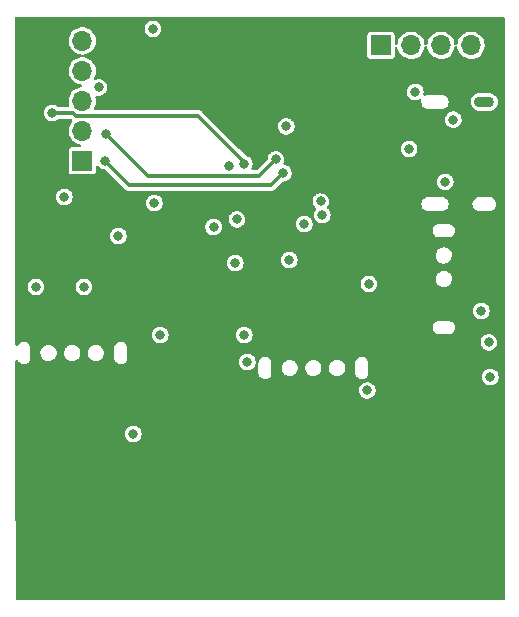
<source format=gbr>
%TF.GenerationSoftware,KiCad,Pcbnew,(6.0.10)*%
%TF.CreationDate,2023-02-26T14:05:18-05:00*%
%TF.ProjectId,ECG_2.0,4543475f-322e-4302-9e6b-696361645f70,rev?*%
%TF.SameCoordinates,Original*%
%TF.FileFunction,Copper,L3,Inr*%
%TF.FilePolarity,Positive*%
%FSLAX46Y46*%
G04 Gerber Fmt 4.6, Leading zero omitted, Abs format (unit mm)*
G04 Created by KiCad (PCBNEW (6.0.10)) date 2023-02-26 14:05:18*
%MOMM*%
%LPD*%
G01*
G04 APERTURE LIST*
%TA.AperFunction,ComponentPad*%
%ADD10O,1.700000X0.900000*%
%TD*%
%TA.AperFunction,ComponentPad*%
%ADD11R,1.700000X1.700000*%
%TD*%
%TA.AperFunction,ComponentPad*%
%ADD12O,1.700000X1.700000*%
%TD*%
%TA.AperFunction,ViaPad*%
%ADD13C,0.800000*%
%TD*%
%TA.AperFunction,Conductor*%
%ADD14C,0.375000*%
%TD*%
G04 APERTURE END LIST*
D10*
%TO.N,unconnected-(U9-Pad17)*%
%TO.C,U9*%
X253995500Y-81880000D03*
%TD*%
D11*
%TO.N,+3V3*%
%TO.C,J2*%
X245247000Y-77089000D03*
D12*
%TO.N,/TX*%
X247787000Y-77089000D03*
%TO.N,/RX*%
X250327000Y-77089000D03*
%TO.N,GND*%
X252867000Y-77089000D03*
%TD*%
D11*
%TO.N,+LO*%
%TO.C,J1*%
X219964000Y-86863000D03*
D12*
%TO.N,-LO*%
X219964000Y-84323000D03*
%TO.N,Output*%
X219964000Y-81783000D03*
%TO.N,+3V3*%
X219964000Y-79243000D03*
%TO.N,GND*%
X219964000Y-76703000D03*
%TD*%
D13*
%TO.N,+5V*%
X240220500Y-89217500D03*
%TO.N,+3V3*%
X221363500Y-80642500D03*
X223012000Y-93218000D03*
X220091000Y-97536000D03*
X216027000Y-97536000D03*
X232918000Y-95504000D03*
%TO.N,BTN*%
X231075281Y-92459965D03*
X232410000Y-87288398D03*
%TO.N,+BATT*%
X238760000Y-92202000D03*
X237490000Y-95250000D03*
%TO.N,GND*%
X248158000Y-81026000D03*
X237236000Y-83947000D03*
X244094000Y-106299000D03*
X244221000Y-97282000D03*
X226060000Y-90424000D03*
X225933000Y-75692000D03*
X233680000Y-101600000D03*
X233045000Y-91821000D03*
X218440000Y-89916000D03*
X247634000Y-85852000D03*
X253746000Y-99568000D03*
%TO.N,+5V*%
X234696000Y-92583000D03*
X247904000Y-102108000D03*
%TO.N,In_5V*%
X250690000Y-88638000D03*
X251376211Y-83374070D03*
%TO.N,Net-(D1-Pad1)*%
X240157000Y-90297000D03*
X254381000Y-102235000D03*
%TO.N,Net-(D2-Pad1)*%
X254508000Y-105156000D03*
X240279701Y-91444299D03*
%TO.N,+LO*%
X236982000Y-87884000D03*
X221869000Y-86868000D03*
%TO.N,-LO*%
X221996000Y-84582000D03*
X236347000Y-86741000D03*
%TO.N,LED*%
X217424000Y-82804000D03*
X233680000Y-87122000D03*
%TO.N,VSS*%
X233934000Y-103886000D03*
X226568000Y-101600000D03*
X224282000Y-109982000D03*
%TD*%
D14*
%TO.N,LED*%
X219202000Y-82804000D02*
X217424000Y-82804000D01*
X219456000Y-83058000D02*
X219202000Y-82804000D01*
X233680000Y-87122000D02*
X233680000Y-86995000D01*
X229743000Y-83058000D02*
X219456000Y-83058000D01*
X233680000Y-86995000D02*
X229743000Y-83058000D01*
%TO.N,+LO*%
X223901000Y-88900000D02*
X221869000Y-86868000D01*
X236982000Y-87884000D02*
X235966000Y-88900000D01*
X235966000Y-88900000D02*
X223901000Y-88900000D01*
%TO.N,-LO*%
X234950000Y-88138000D02*
X225552000Y-88138000D01*
X236347000Y-86741000D02*
X234950000Y-88138000D01*
X225552000Y-88138000D02*
X221996000Y-84582000D01*
%TD*%
%TA.AperFunction,Conductor*%
%TO.N,+5V*%
G36*
X255681647Y-74696002D02*
G01*
X255728140Y-74749658D01*
X255739526Y-74801979D01*
X255744556Y-104477159D01*
X255745546Y-110314900D01*
X255747853Y-123927579D01*
X255727862Y-123995703D01*
X255674215Y-124042205D01*
X255621853Y-124053600D01*
X214448813Y-124053600D01*
X214380692Y-124033598D01*
X214334199Y-123979942D01*
X214322813Y-123927843D01*
X214322813Y-123927579D01*
X214297166Y-110642516D01*
X214295877Y-109974611D01*
X223576394Y-109974611D01*
X223594999Y-110143135D01*
X223653266Y-110302356D01*
X223657502Y-110308659D01*
X223657502Y-110308660D01*
X223670574Y-110328113D01*
X223747830Y-110443083D01*
X223753442Y-110448190D01*
X223753445Y-110448193D01*
X223867612Y-110552077D01*
X223867616Y-110552080D01*
X223873233Y-110557191D01*
X223879906Y-110560814D01*
X223879910Y-110560817D01*
X224015558Y-110634467D01*
X224015560Y-110634468D01*
X224022235Y-110638092D01*
X224029584Y-110640020D01*
X224178883Y-110679188D01*
X224178885Y-110679188D01*
X224186233Y-110681116D01*
X224272609Y-110682473D01*
X224348161Y-110683660D01*
X224348164Y-110683660D01*
X224355760Y-110683779D01*
X224363165Y-110682083D01*
X224363166Y-110682083D01*
X224423586Y-110668245D01*
X224521029Y-110645928D01*
X224672498Y-110569747D01*
X224801423Y-110459634D01*
X224900361Y-110321947D01*
X224908237Y-110302356D01*
X224960766Y-110171687D01*
X224960767Y-110171685D01*
X224963601Y-110164634D01*
X224987490Y-109996778D01*
X224987645Y-109982000D01*
X224985840Y-109967080D01*
X224968188Y-109821220D01*
X224967276Y-109813680D01*
X224907345Y-109655077D01*
X224811312Y-109515349D01*
X224799514Y-109504837D01*
X224690392Y-109407612D01*
X224690388Y-109407610D01*
X224684721Y-109402560D01*
X224534881Y-109323224D01*
X224370441Y-109281919D01*
X224362843Y-109281879D01*
X224362841Y-109281879D01*
X224285668Y-109281475D01*
X224200895Y-109281031D01*
X224193508Y-109282805D01*
X224193504Y-109282805D01*
X224050162Y-109317220D01*
X224036032Y-109320612D01*
X224029288Y-109324093D01*
X224029285Y-109324094D01*
X224024089Y-109326776D01*
X223885369Y-109398375D01*
X223757604Y-109509831D01*
X223660113Y-109648547D01*
X223598524Y-109806513D01*
X223576394Y-109974611D01*
X214295877Y-109974611D01*
X214288767Y-106291611D01*
X243388394Y-106291611D01*
X243406999Y-106460135D01*
X243465266Y-106619356D01*
X243469502Y-106625659D01*
X243469502Y-106625660D01*
X243482574Y-106645113D01*
X243559830Y-106760083D01*
X243565442Y-106765190D01*
X243565445Y-106765193D01*
X243679612Y-106869077D01*
X243679616Y-106869080D01*
X243685233Y-106874191D01*
X243691906Y-106877814D01*
X243691910Y-106877817D01*
X243827558Y-106951467D01*
X243827560Y-106951468D01*
X243834235Y-106955092D01*
X243841584Y-106957020D01*
X243990883Y-106996188D01*
X243990885Y-106996188D01*
X243998233Y-106998116D01*
X244084609Y-106999473D01*
X244160161Y-107000660D01*
X244160164Y-107000660D01*
X244167760Y-107000779D01*
X244175165Y-106999083D01*
X244175166Y-106999083D01*
X244235586Y-106985245D01*
X244333029Y-106962928D01*
X244484498Y-106886747D01*
X244613423Y-106776634D01*
X244712361Y-106638947D01*
X244720237Y-106619356D01*
X244772766Y-106488687D01*
X244772767Y-106488685D01*
X244775601Y-106481634D01*
X244799490Y-106313778D01*
X244799645Y-106299000D01*
X244797840Y-106284080D01*
X244780188Y-106138220D01*
X244779276Y-106130680D01*
X244719345Y-105972077D01*
X244639041Y-105855235D01*
X244627614Y-105838608D01*
X244627613Y-105838607D01*
X244623312Y-105832349D01*
X244611514Y-105821837D01*
X244502392Y-105724612D01*
X244502388Y-105724610D01*
X244496721Y-105719560D01*
X244346881Y-105640224D01*
X244182441Y-105598919D01*
X244174843Y-105598879D01*
X244174841Y-105598879D01*
X244097668Y-105598475D01*
X244012895Y-105598031D01*
X244005508Y-105599805D01*
X244005504Y-105599805D01*
X243864601Y-105633634D01*
X243848032Y-105637612D01*
X243841288Y-105641093D01*
X243841285Y-105641094D01*
X243836089Y-105643776D01*
X243697369Y-105715375D01*
X243691647Y-105720367D01*
X243691645Y-105720368D01*
X243675082Y-105734817D01*
X243569604Y-105826831D01*
X243472113Y-105965547D01*
X243410524Y-106123513D01*
X243388394Y-106291611D01*
X214288767Y-106291611D01*
X214284073Y-103859862D01*
X214303944Y-103791703D01*
X214357510Y-103745107D01*
X214427764Y-103734867D01*
X214492401Y-103764235D01*
X214517003Y-103797731D01*
X214518833Y-103796623D01*
X214523283Y-103803970D01*
X214526695Y-103811855D01*
X214621614Y-103929070D01*
X214744558Y-104016442D01*
X214886468Y-104067533D01*
X214895030Y-104068162D01*
X214895031Y-104068162D01*
X214961680Y-104073057D01*
X215036891Y-104078580D01*
X215045306Y-104076883D01*
X215045309Y-104076883D01*
X215123540Y-104061108D01*
X215184743Y-104048767D01*
X215319132Y-103980293D01*
X215333035Y-103967509D01*
X215349941Y-103951963D01*
X215430156Y-103878201D01*
X215487213Y-103786177D01*
X215505110Y-103757313D01*
X215505111Y-103757310D01*
X215509635Y-103750014D01*
X215551715Y-103605175D01*
X215552500Y-103594485D01*
X215552500Y-103202905D01*
X216420045Y-103202905D01*
X216421817Y-103210284D01*
X216421817Y-103210288D01*
X216446143Y-103311612D01*
X216458551Y-103363296D01*
X216534205Y-103509873D01*
X216539197Y-103515595D01*
X216539198Y-103515597D01*
X216583324Y-103566180D01*
X216642638Y-103634173D01*
X216648856Y-103638543D01*
X216754088Y-103712500D01*
X216777592Y-103729019D01*
X216784667Y-103731778D01*
X216784670Y-103731779D01*
X216924193Y-103786177D01*
X216924196Y-103786178D01*
X216931273Y-103788937D01*
X216938806Y-103789929D01*
X216938807Y-103789929D01*
X217052996Y-103804962D01*
X217057083Y-103805500D01*
X217143360Y-103805500D01*
X217265754Y-103790689D01*
X217420055Y-103732383D01*
X217505830Y-103673432D01*
X217549735Y-103643257D01*
X217549737Y-103643256D01*
X217555994Y-103638955D01*
X217561047Y-103633284D01*
X217660670Y-103521470D01*
X217660672Y-103521467D01*
X217665723Y-103515798D01*
X217673263Y-103501558D01*
X217739353Y-103376736D01*
X217739354Y-103376733D01*
X217742908Y-103370021D01*
X217783092Y-103210042D01*
X217783130Y-103202905D01*
X218420045Y-103202905D01*
X218421817Y-103210284D01*
X218421817Y-103210288D01*
X218446143Y-103311612D01*
X218458551Y-103363296D01*
X218534205Y-103509873D01*
X218539197Y-103515595D01*
X218539198Y-103515597D01*
X218583324Y-103566180D01*
X218642638Y-103634173D01*
X218648856Y-103638543D01*
X218754088Y-103712500D01*
X218777592Y-103729019D01*
X218784667Y-103731778D01*
X218784670Y-103731779D01*
X218924193Y-103786177D01*
X218924196Y-103786178D01*
X218931273Y-103788937D01*
X218938806Y-103789929D01*
X218938807Y-103789929D01*
X219052996Y-103804962D01*
X219057083Y-103805500D01*
X219143360Y-103805500D01*
X219265754Y-103790689D01*
X219420055Y-103732383D01*
X219505830Y-103673432D01*
X219549735Y-103643257D01*
X219549737Y-103643256D01*
X219555994Y-103638955D01*
X219561047Y-103633284D01*
X219660670Y-103521470D01*
X219660672Y-103521467D01*
X219665723Y-103515798D01*
X219673263Y-103501558D01*
X219739353Y-103376736D01*
X219739354Y-103376733D01*
X219742908Y-103370021D01*
X219783092Y-103210042D01*
X219783130Y-103202905D01*
X220420045Y-103202905D01*
X220421817Y-103210284D01*
X220421817Y-103210288D01*
X220446143Y-103311612D01*
X220458551Y-103363296D01*
X220534205Y-103509873D01*
X220539197Y-103515595D01*
X220539198Y-103515597D01*
X220583324Y-103566180D01*
X220642638Y-103634173D01*
X220648856Y-103638543D01*
X220754088Y-103712500D01*
X220777592Y-103729019D01*
X220784667Y-103731778D01*
X220784670Y-103731779D01*
X220924193Y-103786177D01*
X220924196Y-103786178D01*
X220931273Y-103788937D01*
X220938806Y-103789929D01*
X220938807Y-103789929D01*
X221052996Y-103804962D01*
X221057083Y-103805500D01*
X221143360Y-103805500D01*
X221265754Y-103790689D01*
X221420055Y-103732383D01*
X221505830Y-103673432D01*
X221549735Y-103643257D01*
X221549737Y-103643256D01*
X221555994Y-103638955D01*
X221561047Y-103633284D01*
X221624751Y-103561785D01*
X222651500Y-103561785D01*
X222652082Y-103566030D01*
X222652082Y-103566037D01*
X222657444Y-103605175D01*
X222666794Y-103673432D01*
X222670206Y-103681316D01*
X222670206Y-103681317D01*
X222720104Y-103796623D01*
X222726695Y-103811855D01*
X222821614Y-103929070D01*
X222944558Y-104016442D01*
X223086468Y-104067533D01*
X223095030Y-104068162D01*
X223095031Y-104068162D01*
X223161680Y-104073057D01*
X223236891Y-104078580D01*
X223245306Y-104076883D01*
X223245309Y-104076883D01*
X223323540Y-104061108D01*
X223384743Y-104048767D01*
X223519132Y-103980293D01*
X223533035Y-103967509D01*
X223549941Y-103951963D01*
X223629710Y-103878611D01*
X233228394Y-103878611D01*
X233246999Y-104047135D01*
X233279754Y-104136642D01*
X233286599Y-104155345D01*
X233305266Y-104206356D01*
X233309502Y-104212659D01*
X233309502Y-104212660D01*
X233322574Y-104232113D01*
X233399830Y-104347083D01*
X233405442Y-104352190D01*
X233405445Y-104352193D01*
X233519612Y-104456077D01*
X233519616Y-104456080D01*
X233525233Y-104461191D01*
X233531906Y-104464814D01*
X233531910Y-104464817D01*
X233667558Y-104538467D01*
X233667560Y-104538468D01*
X233674235Y-104542092D01*
X233681584Y-104544020D01*
X233830883Y-104583188D01*
X233830885Y-104583188D01*
X233838233Y-104585116D01*
X233924609Y-104586473D01*
X234000161Y-104587660D01*
X234000164Y-104587660D01*
X234007760Y-104587779D01*
X234015165Y-104586083D01*
X234015166Y-104586083D01*
X234090226Y-104568892D01*
X234173029Y-104549928D01*
X234324498Y-104473747D01*
X234453423Y-104363634D01*
X234552361Y-104225947D01*
X234560237Y-104206356D01*
X234612766Y-104075687D01*
X234612767Y-104075685D01*
X234615601Y-104068634D01*
X234620757Y-104032405D01*
X234650157Y-103967782D01*
X234675758Y-103951278D01*
X234815270Y-103951278D01*
X234840606Y-103967509D01*
X234870192Y-104032048D01*
X234871500Y-104050158D01*
X234871500Y-104831785D01*
X234872082Y-104836030D01*
X234872082Y-104836037D01*
X234877444Y-104875175D01*
X234886794Y-104943432D01*
X234890206Y-104951316D01*
X234890206Y-104951317D01*
X234937536Y-105060689D01*
X234946695Y-105081855D01*
X235041614Y-105199070D01*
X235164558Y-105286442D01*
X235306468Y-105337533D01*
X235315030Y-105338162D01*
X235315031Y-105338162D01*
X235381680Y-105343057D01*
X235456891Y-105348580D01*
X235465306Y-105346883D01*
X235465309Y-105346883D01*
X235543540Y-105331108D01*
X235604743Y-105318767D01*
X235739132Y-105250293D01*
X235850156Y-105148201D01*
X235907213Y-105056177D01*
X235925110Y-105027313D01*
X235925111Y-105027310D01*
X235929635Y-105020014D01*
X235971715Y-104875175D01*
X235972500Y-104864485D01*
X235972500Y-104472905D01*
X236840045Y-104472905D01*
X236841817Y-104480284D01*
X236841817Y-104480288D01*
X236867595Y-104587660D01*
X236878551Y-104633296D01*
X236954205Y-104779873D01*
X236959197Y-104785595D01*
X236959198Y-104785597D01*
X237003324Y-104836180D01*
X237062638Y-104904173D01*
X237068856Y-104908543D01*
X237161188Y-104973434D01*
X237197592Y-104999019D01*
X237204667Y-105001778D01*
X237204670Y-105001779D01*
X237344193Y-105056177D01*
X237344196Y-105056178D01*
X237351273Y-105058937D01*
X237358806Y-105059929D01*
X237358807Y-105059929D01*
X237472996Y-105074962D01*
X237477083Y-105075500D01*
X237563360Y-105075500D01*
X237685754Y-105060689D01*
X237840055Y-105002383D01*
X237925830Y-104943432D01*
X237969735Y-104913257D01*
X237969737Y-104913256D01*
X237975994Y-104908955D01*
X237981047Y-104903284D01*
X238080670Y-104791470D01*
X238080672Y-104791467D01*
X238085723Y-104785798D01*
X238162908Y-104640021D01*
X238203092Y-104480042D01*
X238203130Y-104472905D01*
X238840045Y-104472905D01*
X238841817Y-104480284D01*
X238841817Y-104480288D01*
X238867595Y-104587660D01*
X238878551Y-104633296D01*
X238954205Y-104779873D01*
X238959197Y-104785595D01*
X238959198Y-104785597D01*
X239003324Y-104836180D01*
X239062638Y-104904173D01*
X239068856Y-104908543D01*
X239161188Y-104973434D01*
X239197592Y-104999019D01*
X239204667Y-105001778D01*
X239204670Y-105001779D01*
X239344193Y-105056177D01*
X239344196Y-105056178D01*
X239351273Y-105058937D01*
X239358806Y-105059929D01*
X239358807Y-105059929D01*
X239472996Y-105074962D01*
X239477083Y-105075500D01*
X239563360Y-105075500D01*
X239685754Y-105060689D01*
X239840055Y-105002383D01*
X239925830Y-104943432D01*
X239969735Y-104913257D01*
X239969737Y-104913256D01*
X239975994Y-104908955D01*
X239981047Y-104903284D01*
X240080670Y-104791470D01*
X240080672Y-104791467D01*
X240085723Y-104785798D01*
X240162908Y-104640021D01*
X240203092Y-104480042D01*
X240203130Y-104472905D01*
X240840045Y-104472905D01*
X240841817Y-104480284D01*
X240841817Y-104480288D01*
X240867595Y-104587660D01*
X240878551Y-104633296D01*
X240954205Y-104779873D01*
X240959197Y-104785595D01*
X240959198Y-104785597D01*
X241003324Y-104836180D01*
X241062638Y-104904173D01*
X241068856Y-104908543D01*
X241161188Y-104973434D01*
X241197592Y-104999019D01*
X241204667Y-105001778D01*
X241204670Y-105001779D01*
X241344193Y-105056177D01*
X241344196Y-105056178D01*
X241351273Y-105058937D01*
X241358806Y-105059929D01*
X241358807Y-105059929D01*
X241472996Y-105074962D01*
X241477083Y-105075500D01*
X241563360Y-105075500D01*
X241685754Y-105060689D01*
X241840055Y-105002383D01*
X241925830Y-104943432D01*
X241969735Y-104913257D01*
X241969737Y-104913256D01*
X241975994Y-104908955D01*
X241981047Y-104903284D01*
X242044751Y-104831785D01*
X243071500Y-104831785D01*
X243072082Y-104836030D01*
X243072082Y-104836037D01*
X243077444Y-104875175D01*
X243086794Y-104943432D01*
X243090206Y-104951316D01*
X243090206Y-104951317D01*
X243137536Y-105060689D01*
X243146695Y-105081855D01*
X243241614Y-105199070D01*
X243364558Y-105286442D01*
X243506468Y-105337533D01*
X243515030Y-105338162D01*
X243515031Y-105338162D01*
X243581680Y-105343057D01*
X243656891Y-105348580D01*
X243665306Y-105346883D01*
X243665309Y-105346883D01*
X243743540Y-105331108D01*
X243804743Y-105318767D01*
X243939132Y-105250293D01*
X244049710Y-105148611D01*
X253802394Y-105148611D01*
X253820999Y-105317135D01*
X253879266Y-105476356D01*
X253883502Y-105482659D01*
X253883502Y-105482660D01*
X253896574Y-105502113D01*
X253973830Y-105617083D01*
X253979442Y-105622190D01*
X253979445Y-105622193D01*
X254093612Y-105726077D01*
X254093616Y-105726080D01*
X254099233Y-105731191D01*
X254105906Y-105734814D01*
X254105910Y-105734817D01*
X254241558Y-105808467D01*
X254241560Y-105808468D01*
X254248235Y-105812092D01*
X254255584Y-105814020D01*
X254404883Y-105853188D01*
X254404885Y-105853188D01*
X254412233Y-105855116D01*
X254498609Y-105856473D01*
X254574161Y-105857660D01*
X254574164Y-105857660D01*
X254581760Y-105857779D01*
X254589165Y-105856083D01*
X254589166Y-105856083D01*
X254692795Y-105832349D01*
X254747029Y-105819928D01*
X254898498Y-105743747D01*
X254977713Y-105676090D01*
X255021651Y-105638564D01*
X255021652Y-105638563D01*
X255027423Y-105633634D01*
X255126361Y-105495947D01*
X255134237Y-105476356D01*
X255186766Y-105345687D01*
X255186767Y-105345685D01*
X255189601Y-105338634D01*
X255202174Y-105250293D01*
X255212909Y-105174862D01*
X255212909Y-105174859D01*
X255213490Y-105170778D01*
X255213645Y-105156000D01*
X255211840Y-105141080D01*
X255209004Y-105117653D01*
X255193276Y-104987680D01*
X255133345Y-104829077D01*
X255037312Y-104689349D01*
X255025514Y-104678837D01*
X254916392Y-104581612D01*
X254916388Y-104581610D01*
X254910721Y-104576560D01*
X254849264Y-104544020D01*
X254838776Y-104538467D01*
X254760881Y-104497224D01*
X254596441Y-104455919D01*
X254588843Y-104455879D01*
X254588841Y-104455879D01*
X254511668Y-104455475D01*
X254426895Y-104455031D01*
X254419508Y-104456805D01*
X254419504Y-104456805D01*
X254276162Y-104491220D01*
X254262032Y-104494612D01*
X254255288Y-104498093D01*
X254255285Y-104498094D01*
X254161470Y-104546516D01*
X254111369Y-104572375D01*
X254105647Y-104577367D01*
X254105645Y-104577368D01*
X254096627Y-104585235D01*
X253983604Y-104683831D01*
X253979237Y-104690045D01*
X253911941Y-104785798D01*
X253886113Y-104822547D01*
X253824524Y-104980513D01*
X253823532Y-104988046D01*
X253823532Y-104988047D01*
X253803409Y-105140902D01*
X253802394Y-105148611D01*
X244049710Y-105148611D01*
X244050156Y-105148201D01*
X244107213Y-105056177D01*
X244125110Y-105027313D01*
X244125111Y-105027310D01*
X244129635Y-105020014D01*
X244171715Y-104875175D01*
X244172500Y-104864485D01*
X244172500Y-103956215D01*
X244170508Y-103941669D01*
X244161807Y-103878156D01*
X244157206Y-103844568D01*
X244140300Y-103805500D01*
X244100717Y-103714029D01*
X244100716Y-103714027D01*
X244097305Y-103706145D01*
X244002386Y-103588930D01*
X243879442Y-103501558D01*
X243737532Y-103450467D01*
X243728970Y-103449838D01*
X243728969Y-103449838D01*
X243662320Y-103444943D01*
X243587109Y-103439420D01*
X243578694Y-103441117D01*
X243578691Y-103441117D01*
X243532323Y-103450467D01*
X243439257Y-103469233D01*
X243304868Y-103537707D01*
X243193844Y-103639799D01*
X243178270Y-103664918D01*
X243118890Y-103760687D01*
X243118889Y-103760690D01*
X243114365Y-103767986D01*
X243072285Y-103912825D01*
X243071500Y-103923515D01*
X243071500Y-104831785D01*
X242044751Y-104831785D01*
X242080670Y-104791470D01*
X242080672Y-104791467D01*
X242085723Y-104785798D01*
X242162908Y-104640021D01*
X242203092Y-104480042D01*
X242203218Y-104456077D01*
X242203761Y-104352193D01*
X242203955Y-104315095D01*
X242202183Y-104307712D01*
X242167221Y-104162083D01*
X242167220Y-104162079D01*
X242165449Y-104154704D01*
X242089795Y-104008127D01*
X242084627Y-104002202D01*
X241986358Y-103889554D01*
X241981362Y-103883827D01*
X241937616Y-103853082D01*
X241852625Y-103793350D01*
X241852623Y-103793349D01*
X241846408Y-103788981D01*
X241839333Y-103786222D01*
X241839330Y-103786221D01*
X241699807Y-103731823D01*
X241699804Y-103731822D01*
X241692727Y-103729063D01*
X241685194Y-103728071D01*
X241685193Y-103728071D01*
X241571004Y-103713038D01*
X241571003Y-103713038D01*
X241566917Y-103712500D01*
X241480640Y-103712500D01*
X241358246Y-103727311D01*
X241203945Y-103785617D01*
X241197687Y-103789918D01*
X241095918Y-103859862D01*
X241068006Y-103879045D01*
X241062954Y-103884715D01*
X241062953Y-103884716D01*
X240963330Y-103996530D01*
X240963328Y-103996533D01*
X240958277Y-104002202D01*
X240954722Y-104008915D01*
X240954722Y-104008916D01*
X240919369Y-104075687D01*
X240881092Y-104147979D01*
X240840908Y-104307958D01*
X240840868Y-104315556D01*
X240840868Y-104315558D01*
X240840649Y-104357470D01*
X240840045Y-104472905D01*
X240203130Y-104472905D01*
X240203218Y-104456077D01*
X240203761Y-104352193D01*
X240203955Y-104315095D01*
X240202183Y-104307712D01*
X240167221Y-104162083D01*
X240167220Y-104162079D01*
X240165449Y-104154704D01*
X240089795Y-104008127D01*
X240084627Y-104002202D01*
X239986358Y-103889554D01*
X239981362Y-103883827D01*
X239937616Y-103853082D01*
X239852625Y-103793350D01*
X239852623Y-103793349D01*
X239846408Y-103788981D01*
X239839333Y-103786222D01*
X239839330Y-103786221D01*
X239699807Y-103731823D01*
X239699804Y-103731822D01*
X239692727Y-103729063D01*
X239685194Y-103728071D01*
X239685193Y-103728071D01*
X239571004Y-103713038D01*
X239571003Y-103713038D01*
X239566917Y-103712500D01*
X239480640Y-103712500D01*
X239358246Y-103727311D01*
X239203945Y-103785617D01*
X239197687Y-103789918D01*
X239095918Y-103859862D01*
X239068006Y-103879045D01*
X239062954Y-103884715D01*
X239062953Y-103884716D01*
X238963330Y-103996530D01*
X238963328Y-103996533D01*
X238958277Y-104002202D01*
X238954722Y-104008915D01*
X238954722Y-104008916D01*
X238919369Y-104075687D01*
X238881092Y-104147979D01*
X238840908Y-104307958D01*
X238840868Y-104315556D01*
X238840868Y-104315558D01*
X238840649Y-104357470D01*
X238840045Y-104472905D01*
X238203130Y-104472905D01*
X238203218Y-104456077D01*
X238203761Y-104352193D01*
X238203955Y-104315095D01*
X238202183Y-104307712D01*
X238167221Y-104162083D01*
X238167220Y-104162079D01*
X238165449Y-104154704D01*
X238089795Y-104008127D01*
X238084627Y-104002202D01*
X237986358Y-103889554D01*
X237981362Y-103883827D01*
X237937616Y-103853082D01*
X237852625Y-103793350D01*
X237852623Y-103793349D01*
X237846408Y-103788981D01*
X237839333Y-103786222D01*
X237839330Y-103786221D01*
X237699807Y-103731823D01*
X237699804Y-103731822D01*
X237692727Y-103729063D01*
X237685194Y-103728071D01*
X237685193Y-103728071D01*
X237571004Y-103713038D01*
X237571003Y-103713038D01*
X237566917Y-103712500D01*
X237480640Y-103712500D01*
X237358246Y-103727311D01*
X237203945Y-103785617D01*
X237197687Y-103789918D01*
X237095918Y-103859862D01*
X237068006Y-103879045D01*
X237062954Y-103884715D01*
X237062953Y-103884716D01*
X236963330Y-103996530D01*
X236963328Y-103996533D01*
X236958277Y-104002202D01*
X236954722Y-104008915D01*
X236954722Y-104008916D01*
X236919369Y-104075687D01*
X236881092Y-104147979D01*
X236840908Y-104307958D01*
X236840868Y-104315556D01*
X236840868Y-104315558D01*
X236840649Y-104357470D01*
X236840045Y-104472905D01*
X235972500Y-104472905D01*
X235972500Y-103956215D01*
X235970508Y-103941669D01*
X235961807Y-103878156D01*
X235957206Y-103844568D01*
X235940300Y-103805500D01*
X235900717Y-103714029D01*
X235900716Y-103714027D01*
X235897305Y-103706145D01*
X235802386Y-103588930D01*
X235679442Y-103501558D01*
X235537532Y-103450467D01*
X235528970Y-103449838D01*
X235528969Y-103449838D01*
X235462320Y-103444943D01*
X235387109Y-103439420D01*
X235378694Y-103441117D01*
X235378691Y-103441117D01*
X235332323Y-103450467D01*
X235239257Y-103469233D01*
X235104868Y-103537707D01*
X234993844Y-103639799D01*
X234978270Y-103664918D01*
X234918890Y-103760687D01*
X234918889Y-103760690D01*
X234914365Y-103767986D01*
X234882357Y-103878158D01*
X234844145Y-103937991D01*
X234815270Y-103951278D01*
X234675758Y-103951278D01*
X234690663Y-103941669D01*
X234655558Y-103911426D01*
X234636274Y-103858141D01*
X234622595Y-103745107D01*
X234619276Y-103717680D01*
X234559345Y-103559077D01*
X234463312Y-103419349D01*
X234451514Y-103408837D01*
X234342392Y-103311612D01*
X234342388Y-103311610D01*
X234336721Y-103306560D01*
X234186881Y-103227224D01*
X234022441Y-103185919D01*
X234014843Y-103185879D01*
X234014841Y-103185879D01*
X233937668Y-103185475D01*
X233852895Y-103185031D01*
X233845508Y-103186805D01*
X233845504Y-103186805D01*
X233702162Y-103221220D01*
X233688032Y-103224612D01*
X233681288Y-103228093D01*
X233681285Y-103228094D01*
X233676089Y-103230776D01*
X233537369Y-103302375D01*
X233409604Y-103413831D01*
X233405237Y-103420045D01*
X233322543Y-103537707D01*
X233312113Y-103552547D01*
X233250524Y-103710513D01*
X233249532Y-103718046D01*
X233249532Y-103718047D01*
X233229409Y-103870902D01*
X233228394Y-103878611D01*
X223629710Y-103878611D01*
X223630156Y-103878201D01*
X223687213Y-103786177D01*
X223705110Y-103757313D01*
X223705111Y-103757310D01*
X223709635Y-103750014D01*
X223751715Y-103605175D01*
X223752500Y-103594485D01*
X223752500Y-102686215D01*
X223748339Y-102655834D01*
X223741929Y-102609045D01*
X223737206Y-102574568D01*
X223725805Y-102548222D01*
X223680717Y-102444029D01*
X223680716Y-102444027D01*
X223677305Y-102436145D01*
X223582386Y-102318930D01*
X223459442Y-102231558D01*
X223317532Y-102180467D01*
X223308970Y-102179838D01*
X223308969Y-102179838D01*
X223242320Y-102174943D01*
X223167109Y-102169420D01*
X223158694Y-102171117D01*
X223158691Y-102171117D01*
X223112323Y-102180467D01*
X223019257Y-102199233D01*
X222884868Y-102267707D01*
X222773844Y-102369799D01*
X222744185Y-102417634D01*
X222698890Y-102490687D01*
X222698889Y-102490690D01*
X222694365Y-102497986D01*
X222652285Y-102642825D01*
X222651500Y-102653515D01*
X222651500Y-103561785D01*
X221624751Y-103561785D01*
X221660670Y-103521470D01*
X221660672Y-103521467D01*
X221665723Y-103515798D01*
X221673263Y-103501558D01*
X221739353Y-103376736D01*
X221739354Y-103376733D01*
X221742908Y-103370021D01*
X221783092Y-103210042D01*
X221783219Y-103185879D01*
X221783915Y-103052690D01*
X221783955Y-103045095D01*
X221782183Y-103037712D01*
X221747221Y-102892083D01*
X221747220Y-102892079D01*
X221745449Y-102884704D01*
X221669795Y-102738127D01*
X221664627Y-102732202D01*
X221566358Y-102619554D01*
X221561362Y-102613827D01*
X221506041Y-102574947D01*
X221432625Y-102523350D01*
X221432623Y-102523349D01*
X221426408Y-102518981D01*
X221419333Y-102516222D01*
X221419330Y-102516221D01*
X221279807Y-102461823D01*
X221279804Y-102461822D01*
X221272727Y-102459063D01*
X221265194Y-102458071D01*
X221265193Y-102458071D01*
X221151004Y-102443038D01*
X221151003Y-102443038D01*
X221146917Y-102442500D01*
X221060640Y-102442500D01*
X220938246Y-102457311D01*
X220783945Y-102515617D01*
X220777687Y-102519918D01*
X220685783Y-102583082D01*
X220648006Y-102609045D01*
X220642954Y-102614715D01*
X220642953Y-102614716D01*
X220543330Y-102726530D01*
X220543328Y-102726533D01*
X220538277Y-102732202D01*
X220534722Y-102738915D01*
X220534722Y-102738916D01*
X220492947Y-102817816D01*
X220461092Y-102877979D01*
X220420908Y-103037958D01*
X220420045Y-103202905D01*
X219783130Y-103202905D01*
X219783219Y-103185879D01*
X219783915Y-103052690D01*
X219783955Y-103045095D01*
X219782183Y-103037712D01*
X219747221Y-102892083D01*
X219747220Y-102892079D01*
X219745449Y-102884704D01*
X219669795Y-102738127D01*
X219664627Y-102732202D01*
X219566358Y-102619554D01*
X219561362Y-102613827D01*
X219506041Y-102574947D01*
X219432625Y-102523350D01*
X219432623Y-102523349D01*
X219426408Y-102518981D01*
X219419333Y-102516222D01*
X219419330Y-102516221D01*
X219279807Y-102461823D01*
X219279804Y-102461822D01*
X219272727Y-102459063D01*
X219265194Y-102458071D01*
X219265193Y-102458071D01*
X219151004Y-102443038D01*
X219151003Y-102443038D01*
X219146917Y-102442500D01*
X219060640Y-102442500D01*
X218938246Y-102457311D01*
X218783945Y-102515617D01*
X218777687Y-102519918D01*
X218685783Y-102583082D01*
X218648006Y-102609045D01*
X218642954Y-102614715D01*
X218642953Y-102614716D01*
X218543330Y-102726530D01*
X218543328Y-102726533D01*
X218538277Y-102732202D01*
X218534722Y-102738915D01*
X218534722Y-102738916D01*
X218492947Y-102817816D01*
X218461092Y-102877979D01*
X218420908Y-103037958D01*
X218420045Y-103202905D01*
X217783130Y-103202905D01*
X217783219Y-103185879D01*
X217783915Y-103052690D01*
X217783955Y-103045095D01*
X217782183Y-103037712D01*
X217747221Y-102892083D01*
X217747220Y-102892079D01*
X217745449Y-102884704D01*
X217669795Y-102738127D01*
X217664627Y-102732202D01*
X217566358Y-102619554D01*
X217561362Y-102613827D01*
X217506041Y-102574947D01*
X217432625Y-102523350D01*
X217432623Y-102523349D01*
X217426408Y-102518981D01*
X217419333Y-102516222D01*
X217419330Y-102516221D01*
X217279807Y-102461823D01*
X217279804Y-102461822D01*
X217272727Y-102459063D01*
X217265194Y-102458071D01*
X217265193Y-102458071D01*
X217151004Y-102443038D01*
X217151003Y-102443038D01*
X217146917Y-102442500D01*
X217060640Y-102442500D01*
X216938246Y-102457311D01*
X216783945Y-102515617D01*
X216777687Y-102519918D01*
X216685783Y-102583082D01*
X216648006Y-102609045D01*
X216642954Y-102614715D01*
X216642953Y-102614716D01*
X216543330Y-102726530D01*
X216543328Y-102726533D01*
X216538277Y-102732202D01*
X216534722Y-102738915D01*
X216534722Y-102738916D01*
X216492947Y-102817816D01*
X216461092Y-102877979D01*
X216420908Y-103037958D01*
X216420045Y-103202905D01*
X215552500Y-103202905D01*
X215552500Y-102686215D01*
X215548339Y-102655834D01*
X215541929Y-102609045D01*
X215537206Y-102574568D01*
X215525805Y-102548222D01*
X215480717Y-102444029D01*
X215480716Y-102444027D01*
X215477305Y-102436145D01*
X215382386Y-102318930D01*
X215259442Y-102231558D01*
X215117532Y-102180467D01*
X215108970Y-102179838D01*
X215108969Y-102179838D01*
X215042320Y-102174943D01*
X214967109Y-102169420D01*
X214958694Y-102171117D01*
X214958691Y-102171117D01*
X214912323Y-102180467D01*
X214819257Y-102199233D01*
X214684868Y-102267707D01*
X214573844Y-102369799D01*
X214519113Y-102458071D01*
X214514341Y-102465768D01*
X214461445Y-102513123D01*
X214391343Y-102524363D01*
X214326294Y-102495919D01*
X214286948Y-102436822D01*
X214281254Y-102399615D01*
X214279696Y-101592611D01*
X225862394Y-101592611D01*
X225880999Y-101761135D01*
X225888867Y-101782634D01*
X225934974Y-101908627D01*
X225939266Y-101920356D01*
X225943502Y-101926659D01*
X225943502Y-101926660D01*
X225956574Y-101946113D01*
X226033830Y-102061083D01*
X226039442Y-102066190D01*
X226039445Y-102066193D01*
X226153612Y-102170077D01*
X226153616Y-102170080D01*
X226159233Y-102175191D01*
X226165906Y-102178814D01*
X226165910Y-102178817D01*
X226301558Y-102252467D01*
X226301560Y-102252468D01*
X226308235Y-102256092D01*
X226315584Y-102258020D01*
X226464883Y-102297188D01*
X226464885Y-102297188D01*
X226472233Y-102299116D01*
X226558609Y-102300473D01*
X226634161Y-102301660D01*
X226634164Y-102301660D01*
X226641760Y-102301779D01*
X226649165Y-102300083D01*
X226649166Y-102300083D01*
X226709586Y-102286245D01*
X226807029Y-102263928D01*
X226958498Y-102187747D01*
X227087423Y-102077634D01*
X227186361Y-101939947D01*
X227196317Y-101915180D01*
X227246766Y-101789687D01*
X227246767Y-101789685D01*
X227249601Y-101782634D01*
X227273490Y-101614778D01*
X227273645Y-101600000D01*
X227272751Y-101592611D01*
X232974394Y-101592611D01*
X232992999Y-101761135D01*
X233000867Y-101782634D01*
X233046974Y-101908627D01*
X233051266Y-101920356D01*
X233055502Y-101926659D01*
X233055502Y-101926660D01*
X233068574Y-101946113D01*
X233145830Y-102061083D01*
X233151442Y-102066190D01*
X233151445Y-102066193D01*
X233265612Y-102170077D01*
X233265616Y-102170080D01*
X233271233Y-102175191D01*
X233277906Y-102178814D01*
X233277910Y-102178817D01*
X233413558Y-102252467D01*
X233413560Y-102252468D01*
X233420235Y-102256092D01*
X233427584Y-102258020D01*
X233576883Y-102297188D01*
X233576885Y-102297188D01*
X233584233Y-102299116D01*
X233670609Y-102300473D01*
X233746161Y-102301660D01*
X233746164Y-102301660D01*
X233753760Y-102301779D01*
X233761165Y-102300083D01*
X233761166Y-102300083D01*
X233821586Y-102286245D01*
X233919029Y-102263928D01*
X233991237Y-102227611D01*
X253675394Y-102227611D01*
X253693999Y-102396135D01*
X253716665Y-102458071D01*
X253738955Y-102518981D01*
X253752266Y-102555356D01*
X253756502Y-102561659D01*
X253756502Y-102561660D01*
X253769574Y-102581113D01*
X253846830Y-102696083D01*
X253852442Y-102701190D01*
X253852445Y-102701193D01*
X253966612Y-102805077D01*
X253966616Y-102805080D01*
X253972233Y-102810191D01*
X253978906Y-102813814D01*
X253978910Y-102813817D01*
X254114558Y-102887467D01*
X254114560Y-102887468D01*
X254121235Y-102891092D01*
X254128584Y-102893020D01*
X254277883Y-102932188D01*
X254277885Y-102932188D01*
X254285233Y-102934116D01*
X254371609Y-102935473D01*
X254447161Y-102936660D01*
X254447164Y-102936660D01*
X254454760Y-102936779D01*
X254462165Y-102935083D01*
X254462166Y-102935083D01*
X254522586Y-102921245D01*
X254620029Y-102898928D01*
X254771498Y-102822747D01*
X254900423Y-102712634D01*
X254999361Y-102574947D01*
X255007237Y-102555356D01*
X255059766Y-102424687D01*
X255059767Y-102424685D01*
X255062601Y-102417634D01*
X255076648Y-102318930D01*
X255085909Y-102253862D01*
X255085909Y-102253859D01*
X255086490Y-102249778D01*
X255086645Y-102235000D01*
X255084840Y-102220080D01*
X255068198Y-102082564D01*
X255066276Y-102066680D01*
X255006345Y-101908077D01*
X254997584Y-101895330D01*
X254914614Y-101774608D01*
X254914613Y-101774607D01*
X254910312Y-101768349D01*
X254904119Y-101762831D01*
X254789392Y-101660612D01*
X254789388Y-101660610D01*
X254783721Y-101655560D01*
X254633881Y-101576224D01*
X254469441Y-101534919D01*
X254461843Y-101534879D01*
X254461841Y-101534879D01*
X254384668Y-101534475D01*
X254299895Y-101534031D01*
X254292508Y-101535805D01*
X254292504Y-101535805D01*
X254149162Y-101570220D01*
X254135032Y-101573612D01*
X254128288Y-101577093D01*
X254128285Y-101577094D01*
X253991117Y-101647892D01*
X253984369Y-101651375D01*
X253856604Y-101762831D01*
X253759113Y-101901547D01*
X253697524Y-102059513D01*
X253696532Y-102067046D01*
X253696532Y-102067047D01*
X253678617Y-102203132D01*
X253675394Y-102227611D01*
X233991237Y-102227611D01*
X234070498Y-102187747D01*
X234199423Y-102077634D01*
X234298361Y-101939947D01*
X234308317Y-101915180D01*
X234358766Y-101789687D01*
X234358767Y-101789685D01*
X234361601Y-101782634D01*
X234385490Y-101614778D01*
X234385645Y-101600000D01*
X234383840Y-101585080D01*
X234377993Y-101536770D01*
X234365276Y-101431680D01*
X234305345Y-101273077D01*
X234282917Y-101240444D01*
X234213614Y-101139608D01*
X234213613Y-101139607D01*
X234209312Y-101133349D01*
X234162378Y-101091532D01*
X234088392Y-101025612D01*
X234088388Y-101025610D01*
X234082721Y-101020560D01*
X234064460Y-101010891D01*
X249622420Y-101010891D01*
X249624117Y-101019306D01*
X249624117Y-101019309D01*
X249625388Y-101025612D01*
X249652233Y-101158743D01*
X249720707Y-101293132D01*
X249822799Y-101404156D01*
X249855632Y-101424513D01*
X249943687Y-101479110D01*
X249943690Y-101479111D01*
X249950986Y-101483635D01*
X250095825Y-101525715D01*
X250102803Y-101526227D01*
X250104208Y-101526331D01*
X250104219Y-101526331D01*
X250106515Y-101526500D01*
X251014785Y-101526500D01*
X251019030Y-101525918D01*
X251019037Y-101525918D01*
X251079522Y-101517632D01*
X251126432Y-101511206D01*
X251190145Y-101483635D01*
X251256971Y-101454717D01*
X251256973Y-101454716D01*
X251264855Y-101451305D01*
X251382070Y-101356386D01*
X251469442Y-101233442D01*
X251520533Y-101091532D01*
X251531580Y-100941109D01*
X251523275Y-100899919D01*
X251503464Y-100801675D01*
X251501767Y-100793257D01*
X251433293Y-100658868D01*
X251331201Y-100547844D01*
X251249654Y-100497283D01*
X251210313Y-100472890D01*
X251210310Y-100472889D01*
X251203014Y-100468365D01*
X251058175Y-100426285D01*
X251051197Y-100425773D01*
X251049792Y-100425669D01*
X251049781Y-100425669D01*
X251047485Y-100425500D01*
X250139215Y-100425500D01*
X250134970Y-100426082D01*
X250134963Y-100426082D01*
X250074478Y-100434368D01*
X250027568Y-100440794D01*
X250019684Y-100444206D01*
X250019683Y-100444206D01*
X249897029Y-100497283D01*
X249897027Y-100497284D01*
X249889145Y-100500695D01*
X249771930Y-100595614D01*
X249684558Y-100718558D01*
X249633467Y-100860468D01*
X249622420Y-101010891D01*
X234064460Y-101010891D01*
X234015080Y-100984746D01*
X233932881Y-100941224D01*
X233768441Y-100899919D01*
X233760843Y-100899879D01*
X233760841Y-100899879D01*
X233683668Y-100899475D01*
X233598895Y-100899031D01*
X233591508Y-100900805D01*
X233591504Y-100900805D01*
X233458694Y-100932691D01*
X233434032Y-100938612D01*
X233427288Y-100942093D01*
X233427285Y-100942094D01*
X233293994Y-101010891D01*
X233283369Y-101016375D01*
X233155604Y-101127831D01*
X233151237Y-101134045D01*
X233081380Y-101233442D01*
X233058113Y-101266547D01*
X232996524Y-101424513D01*
X232995532Y-101432046D01*
X232995532Y-101432047D01*
X232976084Y-101579776D01*
X232974394Y-101592611D01*
X227272751Y-101592611D01*
X227271840Y-101585080D01*
X227265993Y-101536770D01*
X227253276Y-101431680D01*
X227193345Y-101273077D01*
X227170917Y-101240444D01*
X227101614Y-101139608D01*
X227101613Y-101139607D01*
X227097312Y-101133349D01*
X227050378Y-101091532D01*
X226976392Y-101025612D01*
X226976388Y-101025610D01*
X226970721Y-101020560D01*
X226952460Y-101010891D01*
X226903080Y-100984746D01*
X226820881Y-100941224D01*
X226656441Y-100899919D01*
X226648843Y-100899879D01*
X226648841Y-100899879D01*
X226571668Y-100899475D01*
X226486895Y-100899031D01*
X226479508Y-100900805D01*
X226479504Y-100900805D01*
X226346694Y-100932691D01*
X226322032Y-100938612D01*
X226315288Y-100942093D01*
X226315285Y-100942094D01*
X226181994Y-101010891D01*
X226171369Y-101016375D01*
X226043604Y-101127831D01*
X226039237Y-101134045D01*
X225969380Y-101233442D01*
X225946113Y-101266547D01*
X225884524Y-101424513D01*
X225883532Y-101432046D01*
X225883532Y-101432047D01*
X225864084Y-101579776D01*
X225862394Y-101592611D01*
X214279696Y-101592611D01*
X214275773Y-99560611D01*
X253040394Y-99560611D01*
X253058999Y-99729135D01*
X253117266Y-99888356D01*
X253121502Y-99894659D01*
X253121502Y-99894660D01*
X253134574Y-99914113D01*
X253211830Y-100029083D01*
X253217442Y-100034190D01*
X253217445Y-100034193D01*
X253331612Y-100138077D01*
X253331616Y-100138080D01*
X253337233Y-100143191D01*
X253343906Y-100146814D01*
X253343910Y-100146817D01*
X253479558Y-100220467D01*
X253479560Y-100220468D01*
X253486235Y-100224092D01*
X253493584Y-100226020D01*
X253642883Y-100265188D01*
X253642885Y-100265188D01*
X253650233Y-100267116D01*
X253736609Y-100268473D01*
X253812161Y-100269660D01*
X253812164Y-100269660D01*
X253819760Y-100269779D01*
X253827165Y-100268083D01*
X253827166Y-100268083D01*
X253887586Y-100254245D01*
X253985029Y-100231928D01*
X254136498Y-100155747D01*
X254265423Y-100045634D01*
X254364361Y-99907947D01*
X254372237Y-99888356D01*
X254424766Y-99757687D01*
X254424767Y-99757685D01*
X254427601Y-99750634D01*
X254451490Y-99582778D01*
X254451645Y-99568000D01*
X254449840Y-99553080D01*
X254432188Y-99407220D01*
X254431276Y-99399680D01*
X254371345Y-99241077D01*
X254275312Y-99101349D01*
X254263514Y-99090837D01*
X254154392Y-98993612D01*
X254154388Y-98993610D01*
X254148721Y-98988560D01*
X253998881Y-98909224D01*
X253834441Y-98867919D01*
X253826843Y-98867879D01*
X253826841Y-98867879D01*
X253749668Y-98867475D01*
X253664895Y-98867031D01*
X253657508Y-98868805D01*
X253657504Y-98868805D01*
X253514162Y-98903220D01*
X253500032Y-98906612D01*
X253493288Y-98910093D01*
X253493285Y-98910094D01*
X253488089Y-98912776D01*
X253349369Y-98984375D01*
X253221604Y-99095831D01*
X253124113Y-99234547D01*
X253062524Y-99392513D01*
X253040394Y-99560611D01*
X214275773Y-99560611D01*
X214271851Y-97528611D01*
X215321394Y-97528611D01*
X215339999Y-97697135D01*
X215398266Y-97856356D01*
X215402502Y-97862659D01*
X215402502Y-97862660D01*
X215415574Y-97882113D01*
X215492830Y-97997083D01*
X215498442Y-98002190D01*
X215498445Y-98002193D01*
X215612612Y-98106077D01*
X215612616Y-98106080D01*
X215618233Y-98111191D01*
X215624906Y-98114814D01*
X215624910Y-98114817D01*
X215760558Y-98188467D01*
X215760560Y-98188468D01*
X215767235Y-98192092D01*
X215774584Y-98194020D01*
X215923883Y-98233188D01*
X215923885Y-98233188D01*
X215931233Y-98235116D01*
X216017609Y-98236473D01*
X216093161Y-98237660D01*
X216093164Y-98237660D01*
X216100760Y-98237779D01*
X216108165Y-98236083D01*
X216108166Y-98236083D01*
X216168586Y-98222245D01*
X216266029Y-98199928D01*
X216417498Y-98123747D01*
X216546423Y-98013634D01*
X216645361Y-97875947D01*
X216654957Y-97852077D01*
X216705766Y-97725687D01*
X216705767Y-97725685D01*
X216708601Y-97718634D01*
X216726165Y-97595222D01*
X216731909Y-97554862D01*
X216731909Y-97554859D01*
X216732490Y-97550778D01*
X216732583Y-97541929D01*
X216732602Y-97540135D01*
X216732602Y-97540129D01*
X216732645Y-97536000D01*
X216731751Y-97528611D01*
X219385394Y-97528611D01*
X219403999Y-97697135D01*
X219462266Y-97856356D01*
X219466502Y-97862659D01*
X219466502Y-97862660D01*
X219479574Y-97882113D01*
X219556830Y-97997083D01*
X219562442Y-98002190D01*
X219562445Y-98002193D01*
X219676612Y-98106077D01*
X219676616Y-98106080D01*
X219682233Y-98111191D01*
X219688906Y-98114814D01*
X219688910Y-98114817D01*
X219824558Y-98188467D01*
X219824560Y-98188468D01*
X219831235Y-98192092D01*
X219838584Y-98194020D01*
X219987883Y-98233188D01*
X219987885Y-98233188D01*
X219995233Y-98235116D01*
X220081609Y-98236473D01*
X220157161Y-98237660D01*
X220157164Y-98237660D01*
X220164760Y-98237779D01*
X220172165Y-98236083D01*
X220172166Y-98236083D01*
X220232586Y-98222245D01*
X220330029Y-98199928D01*
X220481498Y-98123747D01*
X220610423Y-98013634D01*
X220709361Y-97875947D01*
X220718957Y-97852077D01*
X220769766Y-97725687D01*
X220769767Y-97725685D01*
X220772601Y-97718634D01*
X220790165Y-97595222D01*
X220795909Y-97554862D01*
X220795909Y-97554859D01*
X220796490Y-97550778D01*
X220796583Y-97541929D01*
X220796602Y-97540135D01*
X220796602Y-97540129D01*
X220796645Y-97536000D01*
X220794840Y-97521080D01*
X220790326Y-97483779D01*
X220776276Y-97367680D01*
X220741108Y-97274611D01*
X243515394Y-97274611D01*
X243533999Y-97443135D01*
X243541867Y-97464634D01*
X243574886Y-97554862D01*
X243592266Y-97602356D01*
X243596502Y-97608659D01*
X243596502Y-97608660D01*
X243609574Y-97628113D01*
X243686830Y-97743083D01*
X243692442Y-97748190D01*
X243692445Y-97748193D01*
X243806612Y-97852077D01*
X243806616Y-97852080D01*
X243812233Y-97857191D01*
X243818906Y-97860814D01*
X243818910Y-97860817D01*
X243954558Y-97934467D01*
X243954560Y-97934468D01*
X243961235Y-97938092D01*
X243968584Y-97940020D01*
X244117883Y-97979188D01*
X244117885Y-97979188D01*
X244125233Y-97981116D01*
X244211609Y-97982473D01*
X244287161Y-97983660D01*
X244287164Y-97983660D01*
X244294760Y-97983779D01*
X244302165Y-97982083D01*
X244302166Y-97982083D01*
X244362586Y-97968245D01*
X244460029Y-97945928D01*
X244611498Y-97869747D01*
X244740423Y-97759634D01*
X244839361Y-97621947D01*
X244847237Y-97602356D01*
X244899766Y-97471687D01*
X244899767Y-97471685D01*
X244902601Y-97464634D01*
X244913146Y-97390543D01*
X244925909Y-97300862D01*
X244925909Y-97300859D01*
X244926490Y-97296778D01*
X244926645Y-97282000D01*
X244924840Y-97267080D01*
X244908098Y-97128736D01*
X244906276Y-97113680D01*
X244846345Y-96955077D01*
X244846227Y-96954905D01*
X249895045Y-96954905D01*
X249896817Y-96962284D01*
X249896817Y-96962288D01*
X249931458Y-97106577D01*
X249933551Y-97115296D01*
X250009205Y-97261873D01*
X250014197Y-97267595D01*
X250014198Y-97267597D01*
X250095309Y-97360577D01*
X250117638Y-97386173D01*
X250123856Y-97390543D01*
X250239314Y-97471687D01*
X250252592Y-97481019D01*
X250259667Y-97483778D01*
X250259670Y-97483779D01*
X250399193Y-97538177D01*
X250399196Y-97538178D01*
X250406273Y-97540937D01*
X250413806Y-97541929D01*
X250413807Y-97541929D01*
X250512045Y-97554862D01*
X250532083Y-97557500D01*
X250618360Y-97557500D01*
X250740754Y-97542689D01*
X250895055Y-97484383D01*
X250923790Y-97464634D01*
X251024735Y-97395257D01*
X251024737Y-97395256D01*
X251030994Y-97390955D01*
X251036047Y-97385284D01*
X251135670Y-97273470D01*
X251135672Y-97273467D01*
X251140723Y-97267798D01*
X251147433Y-97255125D01*
X251214353Y-97128736D01*
X251214354Y-97128733D01*
X251217908Y-97122021D01*
X251258092Y-96962042D01*
X251258140Y-96953007D01*
X251258756Y-96835071D01*
X251258955Y-96797095D01*
X251257183Y-96789712D01*
X251222221Y-96644083D01*
X251222220Y-96644079D01*
X251220449Y-96636704D01*
X251144795Y-96490127D01*
X251139627Y-96484202D01*
X251041358Y-96371554D01*
X251036362Y-96365827D01*
X250901408Y-96270981D01*
X250894333Y-96268222D01*
X250894330Y-96268221D01*
X250754807Y-96213823D01*
X250754804Y-96213822D01*
X250747727Y-96211063D01*
X250740194Y-96210071D01*
X250740193Y-96210071D01*
X250626004Y-96195038D01*
X250626003Y-96195038D01*
X250621917Y-96194500D01*
X250535640Y-96194500D01*
X250413246Y-96209311D01*
X250258945Y-96267617D01*
X250123006Y-96361045D01*
X250117954Y-96366715D01*
X250117953Y-96366716D01*
X250018330Y-96478530D01*
X250018328Y-96478533D01*
X250013277Y-96484202D01*
X250009722Y-96490915D01*
X250009722Y-96490916D01*
X249939669Y-96623224D01*
X249936092Y-96629979D01*
X249895908Y-96789958D01*
X249895868Y-96797556D01*
X249895868Y-96797558D01*
X249895663Y-96836805D01*
X249895045Y-96954905D01*
X244846227Y-96954905D01*
X244765722Y-96837770D01*
X244754614Y-96821608D01*
X244754613Y-96821607D01*
X244750312Y-96815349D01*
X244730344Y-96797558D01*
X244629392Y-96707612D01*
X244629388Y-96707610D01*
X244623721Y-96702560D01*
X244473881Y-96623224D01*
X244309441Y-96581919D01*
X244301843Y-96581879D01*
X244301841Y-96581879D01*
X244224668Y-96581475D01*
X244139895Y-96581031D01*
X244132508Y-96582805D01*
X244132504Y-96582805D01*
X243989162Y-96617220D01*
X243975032Y-96620612D01*
X243968288Y-96624093D01*
X243968285Y-96624094D01*
X243831117Y-96694892D01*
X243824369Y-96698375D01*
X243696604Y-96809831D01*
X243676968Y-96837770D01*
X243649240Y-96877224D01*
X243599113Y-96948547D01*
X243537524Y-97106513D01*
X243536532Y-97114046D01*
X243536532Y-97114047D01*
X243517175Y-97261084D01*
X243515394Y-97274611D01*
X220741108Y-97274611D01*
X220716345Y-97209077D01*
X220620312Y-97069349D01*
X220508145Y-96969411D01*
X220499392Y-96961612D01*
X220499388Y-96961610D01*
X220493721Y-96956560D01*
X220343881Y-96877224D01*
X220179441Y-96835919D01*
X220171843Y-96835879D01*
X220171841Y-96835879D01*
X220094668Y-96835475D01*
X220009895Y-96835031D01*
X220002508Y-96836805D01*
X220002504Y-96836805D01*
X219859162Y-96871220D01*
X219845032Y-96874612D01*
X219838288Y-96878093D01*
X219838285Y-96878094D01*
X219701117Y-96948892D01*
X219694369Y-96952375D01*
X219566604Y-97063831D01*
X219469113Y-97202547D01*
X219407524Y-97360513D01*
X219406532Y-97368046D01*
X219406532Y-97368047D01*
X219391217Y-97484383D01*
X219385394Y-97528611D01*
X216731751Y-97528611D01*
X216730840Y-97521080D01*
X216726326Y-97483779D01*
X216712276Y-97367680D01*
X216652345Y-97209077D01*
X216556312Y-97069349D01*
X216444145Y-96969411D01*
X216435392Y-96961612D01*
X216435388Y-96961610D01*
X216429721Y-96956560D01*
X216279881Y-96877224D01*
X216115441Y-96835919D01*
X216107843Y-96835879D01*
X216107841Y-96835879D01*
X216030668Y-96835475D01*
X215945895Y-96835031D01*
X215938508Y-96836805D01*
X215938504Y-96836805D01*
X215795162Y-96871220D01*
X215781032Y-96874612D01*
X215774288Y-96878093D01*
X215774285Y-96878094D01*
X215637117Y-96948892D01*
X215630369Y-96952375D01*
X215502604Y-97063831D01*
X215405113Y-97202547D01*
X215343524Y-97360513D01*
X215342532Y-97368046D01*
X215342532Y-97368047D01*
X215327217Y-97484383D01*
X215321394Y-97528611D01*
X214271851Y-97528611D01*
X214267928Y-95496611D01*
X232212394Y-95496611D01*
X232230999Y-95665135D01*
X232289266Y-95824356D01*
X232293502Y-95830659D01*
X232293502Y-95830660D01*
X232306574Y-95850113D01*
X232383830Y-95965083D01*
X232389442Y-95970190D01*
X232389445Y-95970193D01*
X232503612Y-96074077D01*
X232503616Y-96074080D01*
X232509233Y-96079191D01*
X232515906Y-96082814D01*
X232515910Y-96082817D01*
X232651558Y-96156467D01*
X232651560Y-96156468D01*
X232658235Y-96160092D01*
X232665584Y-96162020D01*
X232814883Y-96201188D01*
X232814885Y-96201188D01*
X232822233Y-96203116D01*
X232908609Y-96204473D01*
X232984161Y-96205660D01*
X232984164Y-96205660D01*
X232991760Y-96205779D01*
X232999165Y-96204083D01*
X232999166Y-96204083D01*
X233059586Y-96190245D01*
X233157029Y-96167928D01*
X233308498Y-96091747D01*
X233437423Y-95981634D01*
X233536361Y-95843947D01*
X233545957Y-95820077D01*
X233596766Y-95693687D01*
X233596767Y-95693685D01*
X233599601Y-95686634D01*
X233620195Y-95541929D01*
X233622909Y-95522862D01*
X233622909Y-95522859D01*
X233623490Y-95518778D01*
X233623645Y-95504000D01*
X233621840Y-95489080D01*
X233612407Y-95411135D01*
X233603276Y-95335680D01*
X233568108Y-95242611D01*
X236784394Y-95242611D01*
X236802999Y-95411135D01*
X236810867Y-95432634D01*
X236843886Y-95522862D01*
X236861266Y-95570356D01*
X236865502Y-95576659D01*
X236865502Y-95576660D01*
X236878574Y-95596113D01*
X236955830Y-95711083D01*
X236961442Y-95716190D01*
X236961445Y-95716193D01*
X237075612Y-95820077D01*
X237075616Y-95820080D01*
X237081233Y-95825191D01*
X237087906Y-95828814D01*
X237087910Y-95828817D01*
X237223558Y-95902467D01*
X237223560Y-95902468D01*
X237230235Y-95906092D01*
X237237584Y-95908020D01*
X237386883Y-95947188D01*
X237386885Y-95947188D01*
X237394233Y-95949116D01*
X237480609Y-95950473D01*
X237556161Y-95951660D01*
X237556164Y-95951660D01*
X237563760Y-95951779D01*
X237571165Y-95950083D01*
X237571166Y-95950083D01*
X237631586Y-95936245D01*
X237729029Y-95913928D01*
X237880498Y-95837747D01*
X238009423Y-95727634D01*
X238108361Y-95589947D01*
X238116237Y-95570356D01*
X238168766Y-95439687D01*
X238168767Y-95439685D01*
X238171601Y-95432634D01*
X238195490Y-95264778D01*
X238195562Y-95257932D01*
X238195602Y-95254135D01*
X238195602Y-95254129D01*
X238195645Y-95250000D01*
X238193840Y-95235080D01*
X238180160Y-95122040D01*
X238175276Y-95081680D01*
X238127372Y-94954905D01*
X249895045Y-94954905D01*
X249896817Y-94962284D01*
X249896817Y-94962288D01*
X249927291Y-95089220D01*
X249933551Y-95115296D01*
X250009205Y-95261873D01*
X250014197Y-95267595D01*
X250014198Y-95267597D01*
X250080168Y-95343220D01*
X250117638Y-95386173D01*
X250123856Y-95390543D01*
X250193782Y-95439687D01*
X250252592Y-95481019D01*
X250259667Y-95483778D01*
X250259670Y-95483779D01*
X250399193Y-95538177D01*
X250399196Y-95538178D01*
X250406273Y-95540937D01*
X250413806Y-95541929D01*
X250413807Y-95541929D01*
X250527996Y-95556962D01*
X250532083Y-95557500D01*
X250618360Y-95557500D01*
X250740754Y-95542689D01*
X250895055Y-95484383D01*
X250960088Y-95439687D01*
X251024735Y-95395257D01*
X251024737Y-95395256D01*
X251030994Y-95390955D01*
X251036047Y-95385284D01*
X251135670Y-95273470D01*
X251135672Y-95273467D01*
X251140723Y-95267798D01*
X251158046Y-95235080D01*
X251214353Y-95128736D01*
X251214354Y-95128733D01*
X251217908Y-95122021D01*
X251258092Y-94962042D01*
X251258955Y-94797095D01*
X251255655Y-94783349D01*
X251222221Y-94644083D01*
X251222220Y-94644079D01*
X251220449Y-94636704D01*
X251144795Y-94490127D01*
X251139627Y-94484202D01*
X251041358Y-94371554D01*
X251036362Y-94365827D01*
X250901408Y-94270981D01*
X250894333Y-94268222D01*
X250894330Y-94268221D01*
X250754807Y-94213823D01*
X250754804Y-94213822D01*
X250747727Y-94211063D01*
X250740194Y-94210071D01*
X250740193Y-94210071D01*
X250626004Y-94195038D01*
X250626003Y-94195038D01*
X250621917Y-94194500D01*
X250535640Y-94194500D01*
X250413246Y-94209311D01*
X250258945Y-94267617D01*
X250123006Y-94361045D01*
X250117954Y-94366715D01*
X250117953Y-94366716D01*
X250018330Y-94478530D01*
X250018328Y-94478533D01*
X250013277Y-94484202D01*
X250009722Y-94490915D01*
X250009722Y-94490916D01*
X249956612Y-94591224D01*
X249936092Y-94629979D01*
X249895908Y-94789958D01*
X249895868Y-94797556D01*
X249895868Y-94797558D01*
X249895619Y-94845224D01*
X249895045Y-94954905D01*
X238127372Y-94954905D01*
X238115345Y-94923077D01*
X238034722Y-94805770D01*
X238023614Y-94789608D01*
X238023613Y-94789607D01*
X238019312Y-94783349D01*
X238007514Y-94772837D01*
X237898392Y-94675612D01*
X237898388Y-94675610D01*
X237892721Y-94670560D01*
X237742881Y-94591224D01*
X237578441Y-94549919D01*
X237570843Y-94549879D01*
X237570841Y-94549879D01*
X237493668Y-94549475D01*
X237408895Y-94549031D01*
X237401508Y-94550805D01*
X237401504Y-94550805D01*
X237258162Y-94585220D01*
X237244032Y-94588612D01*
X237237288Y-94592093D01*
X237237285Y-94592094D01*
X237136559Y-94644083D01*
X237093369Y-94666375D01*
X236965604Y-94777831D01*
X236945968Y-94805770D01*
X236918240Y-94845224D01*
X236868113Y-94916547D01*
X236806524Y-95074513D01*
X236805532Y-95082046D01*
X236805532Y-95082047D01*
X236793022Y-95177077D01*
X236784394Y-95242611D01*
X233568108Y-95242611D01*
X233543345Y-95177077D01*
X233500443Y-95114655D01*
X233451614Y-95043608D01*
X233451613Y-95043607D01*
X233447312Y-95037349D01*
X233435514Y-95026837D01*
X233326392Y-94929612D01*
X233326388Y-94929610D01*
X233320721Y-94924560D01*
X233170881Y-94845224D01*
X233006441Y-94803919D01*
X232998843Y-94803879D01*
X232998841Y-94803879D01*
X232921668Y-94803475D01*
X232836895Y-94803031D01*
X232829508Y-94804805D01*
X232829504Y-94804805D01*
X232686162Y-94839220D01*
X232672032Y-94842612D01*
X232665288Y-94846093D01*
X232665285Y-94846094D01*
X232528117Y-94916892D01*
X232521369Y-94920375D01*
X232515647Y-94925367D01*
X232515645Y-94925368D01*
X232482317Y-94954442D01*
X232393604Y-95031831D01*
X232389237Y-95038045D01*
X232330218Y-95122021D01*
X232296113Y-95170547D01*
X232234524Y-95328513D01*
X232233532Y-95336046D01*
X232233532Y-95336047D01*
X232214004Y-95484383D01*
X232212394Y-95496611D01*
X214267928Y-95496611D01*
X214263515Y-93210611D01*
X222306394Y-93210611D01*
X222324999Y-93379135D01*
X222383266Y-93538356D01*
X222387502Y-93544659D01*
X222387502Y-93544660D01*
X222400574Y-93564113D01*
X222477830Y-93679083D01*
X222483442Y-93684190D01*
X222483445Y-93684193D01*
X222597612Y-93788077D01*
X222597616Y-93788080D01*
X222603233Y-93793191D01*
X222609906Y-93796814D01*
X222609910Y-93796817D01*
X222745558Y-93870467D01*
X222745560Y-93870468D01*
X222752235Y-93874092D01*
X222759584Y-93876020D01*
X222908883Y-93915188D01*
X222908885Y-93915188D01*
X222916233Y-93917116D01*
X223002609Y-93918473D01*
X223078161Y-93919660D01*
X223078164Y-93919660D01*
X223085760Y-93919779D01*
X223093165Y-93918083D01*
X223093166Y-93918083D01*
X223153586Y-93904245D01*
X223251029Y-93881928D01*
X223402498Y-93805747D01*
X223531423Y-93695634D01*
X223630361Y-93557947D01*
X223638237Y-93538356D01*
X223690766Y-93407687D01*
X223690767Y-93407685D01*
X223693601Y-93400634D01*
X223704195Y-93326198D01*
X223716909Y-93236862D01*
X223716909Y-93236859D01*
X223717490Y-93232778D01*
X223717645Y-93218000D01*
X223715840Y-93203080D01*
X223705542Y-93117985D01*
X223697276Y-93049680D01*
X223637345Y-92891077D01*
X223632857Y-92884547D01*
X223545614Y-92757608D01*
X223545613Y-92757607D01*
X223541312Y-92751349D01*
X223466355Y-92684564D01*
X223420392Y-92643612D01*
X223420388Y-92643610D01*
X223414721Y-92638560D01*
X223264881Y-92559224D01*
X223100441Y-92517919D01*
X223092843Y-92517879D01*
X223092841Y-92517879D01*
X223015668Y-92517475D01*
X222930895Y-92517031D01*
X222923508Y-92518805D01*
X222923504Y-92518805D01*
X222801432Y-92548113D01*
X222766032Y-92556612D01*
X222759288Y-92560093D01*
X222759285Y-92560094D01*
X222641089Y-92621100D01*
X222615369Y-92634375D01*
X222609647Y-92639367D01*
X222609645Y-92639368D01*
X222575642Y-92669031D01*
X222487604Y-92745831D01*
X222460205Y-92784816D01*
X222403199Y-92865928D01*
X222390113Y-92884547D01*
X222328524Y-93042513D01*
X222327532Y-93050046D01*
X222327532Y-93050047D01*
X222312821Y-93161793D01*
X222306394Y-93210611D01*
X214263515Y-93210611D01*
X214262052Y-92452576D01*
X230369675Y-92452576D01*
X230388280Y-92621100D01*
X230407445Y-92673470D01*
X230435945Y-92751349D01*
X230446547Y-92780321D01*
X230450783Y-92786624D01*
X230450783Y-92786625D01*
X230461335Y-92802328D01*
X230541111Y-92921048D01*
X230546723Y-92926155D01*
X230546726Y-92926158D01*
X230660893Y-93030042D01*
X230660897Y-93030045D01*
X230666514Y-93035156D01*
X230673187Y-93038779D01*
X230673191Y-93038782D01*
X230808839Y-93112432D01*
X230808841Y-93112433D01*
X230815516Y-93116057D01*
X230822865Y-93117985D01*
X230972164Y-93157153D01*
X230972166Y-93157153D01*
X230979514Y-93159081D01*
X231065890Y-93160438D01*
X231141442Y-93161625D01*
X231141445Y-93161625D01*
X231149041Y-93161744D01*
X231156446Y-93160048D01*
X231156447Y-93160048D01*
X231216867Y-93146210D01*
X231314310Y-93123893D01*
X231465779Y-93047712D01*
X231594704Y-92937599D01*
X231693642Y-92799912D01*
X231702776Y-92777191D01*
X231754047Y-92649652D01*
X231754048Y-92649650D01*
X231756882Y-92642599D01*
X231779080Y-92486623D01*
X231780190Y-92478827D01*
X231780190Y-92478824D01*
X231780771Y-92474743D01*
X231780926Y-92459965D01*
X231779121Y-92445045D01*
X231769208Y-92363135D01*
X231760557Y-92291645D01*
X231700626Y-92133042D01*
X231679511Y-92102319D01*
X231608895Y-91999573D01*
X231608894Y-91999572D01*
X231604593Y-91993314D01*
X231592046Y-91982135D01*
X231483673Y-91885577D01*
X231483669Y-91885575D01*
X231478002Y-91880525D01*
X231468752Y-91875627D01*
X231393489Y-91835778D01*
X231351623Y-91813611D01*
X232339394Y-91813611D01*
X232357999Y-91982135D01*
X232376264Y-92032046D01*
X232413425Y-92133592D01*
X232416266Y-92141356D01*
X232420502Y-92147659D01*
X232420502Y-92147660D01*
X232433574Y-92167113D01*
X232510830Y-92282083D01*
X232516442Y-92287190D01*
X232516445Y-92287193D01*
X232630612Y-92391077D01*
X232630616Y-92391080D01*
X232636233Y-92396191D01*
X232642906Y-92399814D01*
X232642910Y-92399817D01*
X232778558Y-92473467D01*
X232778560Y-92473468D01*
X232785235Y-92477092D01*
X232792584Y-92479020D01*
X232941883Y-92518188D01*
X232941885Y-92518188D01*
X232949233Y-92520116D01*
X233035609Y-92521473D01*
X233111161Y-92522660D01*
X233111164Y-92522660D01*
X233118760Y-92522779D01*
X233126165Y-92521083D01*
X233126166Y-92521083D01*
X233186586Y-92507245D01*
X233284029Y-92484928D01*
X233435498Y-92408747D01*
X233564423Y-92298634D01*
X233639171Y-92194611D01*
X238054394Y-92194611D01*
X238072999Y-92363135D01*
X238102974Y-92445045D01*
X238127314Y-92511556D01*
X238131266Y-92522356D01*
X238135502Y-92528659D01*
X238135502Y-92528660D01*
X238148574Y-92548113D01*
X238225830Y-92663083D01*
X238231442Y-92668190D01*
X238231445Y-92668193D01*
X238345612Y-92772077D01*
X238345616Y-92772080D01*
X238351233Y-92777191D01*
X238357906Y-92780814D01*
X238357910Y-92780817D01*
X238493558Y-92854467D01*
X238493560Y-92854468D01*
X238500235Y-92858092D01*
X238507584Y-92860020D01*
X238656883Y-92899188D01*
X238656885Y-92899188D01*
X238664233Y-92901116D01*
X238750609Y-92902473D01*
X238826161Y-92903660D01*
X238826164Y-92903660D01*
X238833760Y-92903779D01*
X238841165Y-92902083D01*
X238841166Y-92902083D01*
X238944878Y-92878330D01*
X238999029Y-92865928D01*
X239108458Y-92810891D01*
X249622420Y-92810891D01*
X249624117Y-92819306D01*
X249624117Y-92819309D01*
X249632326Y-92860020D01*
X249652233Y-92958743D01*
X249720707Y-93093132D01*
X249822799Y-93204156D01*
X249862309Y-93228653D01*
X249943687Y-93279110D01*
X249943690Y-93279111D01*
X249950986Y-93283635D01*
X250095825Y-93325715D01*
X250102803Y-93326227D01*
X250104208Y-93326331D01*
X250104219Y-93326331D01*
X250106515Y-93326500D01*
X251014785Y-93326500D01*
X251019030Y-93325918D01*
X251019037Y-93325918D01*
X251079522Y-93317632D01*
X251126432Y-93311206D01*
X251190145Y-93283635D01*
X251256971Y-93254717D01*
X251256973Y-93254716D01*
X251264855Y-93251305D01*
X251382070Y-93156386D01*
X251469442Y-93033442D01*
X251520533Y-92891532D01*
X251531580Y-92741109D01*
X251501767Y-92593257D01*
X251433293Y-92458868D01*
X251331201Y-92347844D01*
X251263879Y-92306103D01*
X251210313Y-92272890D01*
X251210310Y-92272889D01*
X251203014Y-92268365D01*
X251058175Y-92226285D01*
X251051197Y-92225773D01*
X251049792Y-92225669D01*
X251049781Y-92225669D01*
X251047485Y-92225500D01*
X250139215Y-92225500D01*
X250134970Y-92226082D01*
X250134963Y-92226082D01*
X250074478Y-92234368D01*
X250027568Y-92240794D01*
X250019684Y-92244206D01*
X250019683Y-92244206D01*
X249897029Y-92297283D01*
X249897027Y-92297284D01*
X249889145Y-92300695D01*
X249771930Y-92395614D01*
X249684558Y-92518558D01*
X249633467Y-92660468D01*
X249622420Y-92810891D01*
X239108458Y-92810891D01*
X239150498Y-92789747D01*
X239279423Y-92679634D01*
X239378361Y-92541947D01*
X239386067Y-92522779D01*
X239438766Y-92391687D01*
X239438767Y-92391685D01*
X239441601Y-92384634D01*
X239458489Y-92265969D01*
X239464909Y-92220862D01*
X239464909Y-92220859D01*
X239465490Y-92216778D01*
X239465645Y-92202000D01*
X239463840Y-92187080D01*
X239456510Y-92126512D01*
X239445276Y-92033680D01*
X239385345Y-91875077D01*
X239343100Y-91813611D01*
X239293614Y-91741608D01*
X239293613Y-91741607D01*
X239289312Y-91735349D01*
X239277514Y-91724837D01*
X239168392Y-91627612D01*
X239168388Y-91627610D01*
X239162721Y-91622560D01*
X239012881Y-91543224D01*
X238848441Y-91501919D01*
X238840843Y-91501879D01*
X238840841Y-91501879D01*
X238763668Y-91501475D01*
X238678895Y-91501031D01*
X238671508Y-91502805D01*
X238671504Y-91502805D01*
X238528162Y-91537220D01*
X238514032Y-91540612D01*
X238507288Y-91544093D01*
X238507285Y-91544094D01*
X238370117Y-91614892D01*
X238363369Y-91618375D01*
X238357647Y-91623367D01*
X238357645Y-91623368D01*
X238315401Y-91660220D01*
X238235604Y-91729831D01*
X238213860Y-91760770D01*
X238171530Y-91821000D01*
X238138113Y-91868547D01*
X238076524Y-92026513D01*
X238075532Y-92034046D01*
X238075532Y-92034047D01*
X238058826Y-92160947D01*
X238054394Y-92194611D01*
X233639171Y-92194611D01*
X233663361Y-92160947D01*
X233671237Y-92141356D01*
X233723766Y-92010687D01*
X233723767Y-92010685D01*
X233726601Y-92003634D01*
X233745788Y-91868819D01*
X233749909Y-91839862D01*
X233749909Y-91839859D01*
X233750490Y-91835778D01*
X233750645Y-91821000D01*
X233748840Y-91806080D01*
X233743244Y-91759844D01*
X233730276Y-91652680D01*
X233670345Y-91494077D01*
X233574312Y-91354349D01*
X233486764Y-91276346D01*
X233453392Y-91246612D01*
X233453388Y-91246610D01*
X233447721Y-91241560D01*
X233297881Y-91162224D01*
X233133441Y-91120919D01*
X233125843Y-91120879D01*
X233125841Y-91120879D01*
X233048668Y-91120475D01*
X232963895Y-91120031D01*
X232956508Y-91121805D01*
X232956504Y-91121805D01*
X232813162Y-91156220D01*
X232799032Y-91159612D01*
X232792288Y-91163093D01*
X232792285Y-91163094D01*
X232787089Y-91165776D01*
X232648369Y-91237375D01*
X232642647Y-91242367D01*
X232642645Y-91242368D01*
X232604116Y-91275979D01*
X232520604Y-91348831D01*
X232516237Y-91355045D01*
X232440252Y-91463161D01*
X232423113Y-91487547D01*
X232361524Y-91645513D01*
X232360532Y-91653046D01*
X232360532Y-91653047D01*
X232340562Y-91804741D01*
X232339394Y-91813611D01*
X231351623Y-91813611D01*
X231328162Y-91801189D01*
X231163722Y-91759884D01*
X231156124Y-91759844D01*
X231156122Y-91759844D01*
X231078949Y-91759440D01*
X230994176Y-91758996D01*
X230986789Y-91760770D01*
X230986785Y-91760770D01*
X230863322Y-91790412D01*
X230829313Y-91798577D01*
X230822569Y-91802058D01*
X230822566Y-91802059D01*
X230685398Y-91872857D01*
X230678650Y-91876340D01*
X230672928Y-91881332D01*
X230672926Y-91881333D01*
X230620734Y-91926863D01*
X230550885Y-91987796D01*
X230528610Y-92019490D01*
X230465054Y-92109922D01*
X230453394Y-92126512D01*
X230391805Y-92284478D01*
X230390813Y-92292011D01*
X230390813Y-92292012D01*
X230374996Y-92412159D01*
X230369675Y-92452576D01*
X214262052Y-92452576D01*
X214257141Y-89908611D01*
X217734394Y-89908611D01*
X217752999Y-90077135D01*
X217811266Y-90236356D01*
X217815502Y-90242659D01*
X217815502Y-90242660D01*
X217824498Y-90256047D01*
X217905830Y-90377083D01*
X217911442Y-90382190D01*
X217911445Y-90382193D01*
X218025612Y-90486077D01*
X218025616Y-90486080D01*
X218031233Y-90491191D01*
X218037906Y-90494814D01*
X218037910Y-90494817D01*
X218173558Y-90568467D01*
X218173560Y-90568468D01*
X218180235Y-90572092D01*
X218187584Y-90574020D01*
X218336883Y-90613188D01*
X218336885Y-90613188D01*
X218344233Y-90615116D01*
X218430609Y-90616473D01*
X218506161Y-90617660D01*
X218506164Y-90617660D01*
X218513760Y-90617779D01*
X218521165Y-90616083D01*
X218521166Y-90616083D01*
X218595283Y-90599108D01*
X218679029Y-90579928D01*
X218830498Y-90503747D01*
X218932521Y-90416611D01*
X225354394Y-90416611D01*
X225372999Y-90585135D01*
X225431266Y-90744356D01*
X225435502Y-90750659D01*
X225435502Y-90750660D01*
X225448574Y-90770113D01*
X225525830Y-90885083D01*
X225531442Y-90890190D01*
X225531445Y-90890193D01*
X225645612Y-90994077D01*
X225645616Y-90994080D01*
X225651233Y-90999191D01*
X225657906Y-91002814D01*
X225657910Y-91002817D01*
X225793558Y-91076467D01*
X225793560Y-91076468D01*
X225800235Y-91080092D01*
X225807584Y-91082020D01*
X225956883Y-91121188D01*
X225956885Y-91121188D01*
X225964233Y-91123116D01*
X226050609Y-91124473D01*
X226126161Y-91125660D01*
X226126164Y-91125660D01*
X226133760Y-91125779D01*
X226141165Y-91124083D01*
X226141166Y-91124083D01*
X226226103Y-91104630D01*
X226299029Y-91087928D01*
X226450498Y-91011747D01*
X226579423Y-90901634D01*
X226678361Y-90763947D01*
X226686237Y-90744356D01*
X226738766Y-90613687D01*
X226738767Y-90613685D01*
X226741601Y-90606634D01*
X226756244Y-90503747D01*
X226764909Y-90442862D01*
X226764909Y-90442859D01*
X226765490Y-90438778D01*
X226765645Y-90424000D01*
X226763840Y-90409080D01*
X226752559Y-90315862D01*
X226749382Y-90289611D01*
X239451394Y-90289611D01*
X239469999Y-90458135D01*
X239493302Y-90521812D01*
X239513321Y-90576516D01*
X239528266Y-90617356D01*
X239532502Y-90623659D01*
X239532502Y-90623660D01*
X239545578Y-90643119D01*
X239622830Y-90758083D01*
X239628442Y-90763190D01*
X239628445Y-90763193D01*
X239713227Y-90840338D01*
X239750149Y-90900978D01*
X239748426Y-90971953D01*
X239731515Y-91005979D01*
X239657814Y-91110846D01*
X239596225Y-91268812D01*
X239595233Y-91276345D01*
X239595233Y-91276346D01*
X239585691Y-91348831D01*
X239574095Y-91436910D01*
X239592700Y-91605434D01*
X239609990Y-91652680D01*
X239636396Y-91724837D01*
X239650967Y-91764655D01*
X239655203Y-91770958D01*
X239655203Y-91770959D01*
X239668275Y-91790412D01*
X239745531Y-91905382D01*
X239751143Y-91910489D01*
X239751146Y-91910492D01*
X239865313Y-92014376D01*
X239865317Y-92014379D01*
X239870934Y-92019490D01*
X239877607Y-92023113D01*
X239877611Y-92023116D01*
X240013259Y-92096766D01*
X240013261Y-92096767D01*
X240019936Y-92100391D01*
X240027285Y-92102319D01*
X240176584Y-92141487D01*
X240176586Y-92141487D01*
X240183934Y-92143415D01*
X240270310Y-92144772D01*
X240345862Y-92145959D01*
X240345865Y-92145959D01*
X240353461Y-92146078D01*
X240360866Y-92144382D01*
X240360867Y-92144382D01*
X240466037Y-92120295D01*
X240518730Y-92108227D01*
X240670199Y-92032046D01*
X240799124Y-91921933D01*
X240898062Y-91784246D01*
X240905938Y-91764655D01*
X240958467Y-91633986D01*
X240958468Y-91633984D01*
X240961302Y-91626933D01*
X240973215Y-91543224D01*
X240984610Y-91463161D01*
X240984610Y-91463158D01*
X240985191Y-91459077D01*
X240985346Y-91444299D01*
X240983541Y-91429379D01*
X240965889Y-91283519D01*
X240964977Y-91275979D01*
X240905046Y-91117376D01*
X240828487Y-91005982D01*
X240813315Y-90983907D01*
X240813314Y-90983906D01*
X240809013Y-90977648D01*
X240723944Y-90901854D01*
X240686388Y-90841604D01*
X240687368Y-90770614D01*
X240705441Y-90734252D01*
X240770927Y-90643119D01*
X240770930Y-90643113D01*
X240775361Y-90636947D01*
X240783067Y-90617779D01*
X240818354Y-90530000D01*
X248669818Y-90530000D01*
X248690456Y-90686762D01*
X248750964Y-90832841D01*
X248847218Y-90958282D01*
X248972659Y-91054536D01*
X249118738Y-91115044D01*
X249126926Y-91116122D01*
X249190405Y-91124479D01*
X249236139Y-91130500D01*
X250414861Y-91130500D01*
X250460596Y-91124479D01*
X250524074Y-91116122D01*
X250532262Y-91115044D01*
X250678341Y-91054536D01*
X250803782Y-90958282D01*
X250900036Y-90832841D01*
X250960544Y-90686762D01*
X250981182Y-90530000D01*
X252989818Y-90530000D01*
X253010456Y-90686762D01*
X253070964Y-90832841D01*
X253167218Y-90958282D01*
X253292659Y-91054536D01*
X253438738Y-91115044D01*
X253446926Y-91116122D01*
X253510405Y-91124479D01*
X253556139Y-91130500D01*
X254434861Y-91130500D01*
X254480596Y-91124479D01*
X254544074Y-91116122D01*
X254552262Y-91115044D01*
X254698341Y-91054536D01*
X254823782Y-90958282D01*
X254920036Y-90832841D01*
X254980544Y-90686762D01*
X255001182Y-90530000D01*
X254980544Y-90373238D01*
X254920036Y-90227159D01*
X254823782Y-90101718D01*
X254801122Y-90084330D01*
X254704892Y-90010491D01*
X254698341Y-90005464D01*
X254552262Y-89944956D01*
X254475590Y-89934862D01*
X254438948Y-89930038D01*
X254438947Y-89930038D01*
X254434861Y-89929500D01*
X253556139Y-89929500D01*
X253552053Y-89930038D01*
X253552052Y-89930038D01*
X253515410Y-89934862D01*
X253438738Y-89944956D01*
X253292659Y-90005464D01*
X253286108Y-90010491D01*
X253189879Y-90084330D01*
X253167218Y-90101718D01*
X253070964Y-90227159D01*
X253010456Y-90373238D01*
X252989818Y-90530000D01*
X250981182Y-90530000D01*
X250960544Y-90373238D01*
X250900036Y-90227159D01*
X250803782Y-90101718D01*
X250781122Y-90084330D01*
X250684892Y-90010491D01*
X250678341Y-90005464D01*
X250532262Y-89944956D01*
X250455590Y-89934862D01*
X250418948Y-89930038D01*
X250418947Y-89930038D01*
X250414861Y-89929500D01*
X249236139Y-89929500D01*
X249232053Y-89930038D01*
X249232052Y-89930038D01*
X249195410Y-89934862D01*
X249118738Y-89944956D01*
X248972659Y-90005464D01*
X248966108Y-90010491D01*
X248869879Y-90084330D01*
X248847218Y-90101718D01*
X248750964Y-90227159D01*
X248690456Y-90373238D01*
X248669818Y-90530000D01*
X240818354Y-90530000D01*
X240835766Y-90486687D01*
X240835767Y-90486685D01*
X240838601Y-90479634D01*
X240862490Y-90311778D01*
X240862645Y-90297000D01*
X240860840Y-90282080D01*
X240854193Y-90227159D01*
X240842276Y-90128680D01*
X240782345Y-89970077D01*
X240767252Y-89948116D01*
X240690614Y-89836608D01*
X240690613Y-89836607D01*
X240686312Y-89830349D01*
X240674514Y-89819837D01*
X240565392Y-89722612D01*
X240565388Y-89722610D01*
X240559721Y-89717560D01*
X240409881Y-89638224D01*
X240245441Y-89596919D01*
X240237843Y-89596879D01*
X240237841Y-89596879D01*
X240160668Y-89596475D01*
X240075895Y-89596031D01*
X240068508Y-89597805D01*
X240068504Y-89597805D01*
X239925162Y-89632220D01*
X239911032Y-89635612D01*
X239904288Y-89639093D01*
X239904285Y-89639094D01*
X239899089Y-89641776D01*
X239760369Y-89713375D01*
X239754647Y-89718367D01*
X239754645Y-89718368D01*
X239712401Y-89755220D01*
X239632604Y-89824831D01*
X239615188Y-89849612D01*
X239548937Y-89943878D01*
X239535113Y-89963547D01*
X239473524Y-90121513D01*
X239472532Y-90129046D01*
X239472532Y-90129047D01*
X239455813Y-90256047D01*
X239451394Y-90289611D01*
X226749382Y-90289611D01*
X226745276Y-90255680D01*
X226685345Y-90097077D01*
X226589312Y-89957349D01*
X226583119Y-89951831D01*
X226468392Y-89849612D01*
X226468388Y-89849610D01*
X226462721Y-89844560D01*
X226447703Y-89836608D01*
X226395080Y-89808746D01*
X226312881Y-89765224D01*
X226148441Y-89723919D01*
X226140843Y-89723879D01*
X226140841Y-89723879D01*
X226063668Y-89723475D01*
X225978895Y-89723031D01*
X225971508Y-89724805D01*
X225971504Y-89724805D01*
X225874698Y-89748047D01*
X225814032Y-89762612D01*
X225807288Y-89766093D01*
X225807285Y-89766094D01*
X225670667Y-89836608D01*
X225663369Y-89840375D01*
X225535604Y-89951831D01*
X225500131Y-90002304D01*
X225452845Y-90069586D01*
X225438113Y-90090547D01*
X225376524Y-90248513D01*
X225375532Y-90256046D01*
X225375532Y-90256047D01*
X225356770Y-90398564D01*
X225354394Y-90416611D01*
X218932521Y-90416611D01*
X218959423Y-90393634D01*
X219058361Y-90255947D01*
X219061324Y-90248577D01*
X219118766Y-90105687D01*
X219118767Y-90105685D01*
X219121601Y-90098634D01*
X219140818Y-89963608D01*
X219144909Y-89934862D01*
X219144909Y-89934859D01*
X219145490Y-89930778D01*
X219145645Y-89916000D01*
X219143840Y-89901080D01*
X219137611Y-89849612D01*
X219125276Y-89747680D01*
X219065345Y-89589077D01*
X218969312Y-89449349D01*
X218957514Y-89438837D01*
X218848392Y-89341612D01*
X218848388Y-89341610D01*
X218842721Y-89336560D01*
X218825850Y-89327627D01*
X218733584Y-89278775D01*
X218692881Y-89257224D01*
X218528441Y-89215919D01*
X218520843Y-89215879D01*
X218520841Y-89215879D01*
X218443668Y-89215475D01*
X218358895Y-89215031D01*
X218351508Y-89216805D01*
X218351504Y-89216805D01*
X218208162Y-89251220D01*
X218194032Y-89254612D01*
X218187288Y-89258093D01*
X218187285Y-89258094D01*
X218052568Y-89327627D01*
X218043369Y-89332375D01*
X218037647Y-89337367D01*
X218037645Y-89337368D01*
X217979327Y-89388242D01*
X217915604Y-89443831D01*
X217818113Y-89582547D01*
X217756524Y-89740513D01*
X217755532Y-89748046D01*
X217755532Y-89748047D01*
X217743836Y-89836892D01*
X217734394Y-89908611D01*
X214257141Y-89908611D01*
X214243411Y-82796611D01*
X216718394Y-82796611D01*
X216736999Y-82965135D01*
X216795266Y-83124356D01*
X216889830Y-83265083D01*
X216895442Y-83270190D01*
X216895445Y-83270193D01*
X217009612Y-83374077D01*
X217009616Y-83374080D01*
X217015233Y-83379191D01*
X217021906Y-83382814D01*
X217021910Y-83382817D01*
X217157558Y-83456467D01*
X217157560Y-83456468D01*
X217164235Y-83460092D01*
X217171584Y-83462020D01*
X217320883Y-83501188D01*
X217320885Y-83501188D01*
X217328233Y-83503116D01*
X217414609Y-83504473D01*
X217490161Y-83505660D01*
X217490164Y-83505660D01*
X217497760Y-83505779D01*
X217505165Y-83504083D01*
X217505166Y-83504083D01*
X217608795Y-83480349D01*
X217663029Y-83467928D01*
X217814498Y-83391747D01*
X217895940Y-83322189D01*
X217960729Y-83293158D01*
X217977770Y-83292000D01*
X218947674Y-83292000D01*
X219015795Y-83312002D01*
X219036769Y-83328905D01*
X219062299Y-83354435D01*
X219069517Y-83363469D01*
X219069941Y-83363108D01*
X219075756Y-83369941D01*
X219080548Y-83377535D01*
X219087724Y-83383873D01*
X219087738Y-83383885D01*
X219088063Y-83384402D01*
X219093094Y-83390313D01*
X219092240Y-83391039D01*
X219125553Y-83443973D01*
X219124880Y-83514966D01*
X219103276Y-83556328D01*
X218998556Y-83689165D01*
X218998549Y-83689175D01*
X218994976Y-83693708D01*
X218992287Y-83698819D01*
X218992285Y-83698822D01*
X218977077Y-83727728D01*
X218896523Y-83880836D01*
X218833820Y-84082773D01*
X218808967Y-84292754D01*
X218822796Y-84503749D01*
X218824217Y-84509345D01*
X218824218Y-84509350D01*
X218859599Y-84648660D01*
X218874845Y-84708690D01*
X218963369Y-84900714D01*
X219085405Y-85073391D01*
X219089539Y-85077418D01*
X219205736Y-85190612D01*
X219236865Y-85220937D01*
X219241661Y-85224142D01*
X219241664Y-85224144D01*
X219326929Y-85281116D01*
X219412677Y-85338411D01*
X219417985Y-85340692D01*
X219417986Y-85340692D01*
X219601650Y-85419600D01*
X219601653Y-85419601D01*
X219606953Y-85421878D01*
X219612582Y-85423152D01*
X219612583Y-85423152D01*
X219791368Y-85463607D01*
X219853395Y-85498150D01*
X219886899Y-85560743D01*
X219881245Y-85631514D01*
X219838226Y-85687994D01*
X219771501Y-85712249D01*
X219763560Y-85712500D01*
X219069354Y-85712500D01*
X219065650Y-85712941D01*
X219065647Y-85712941D01*
X219058254Y-85713821D01*
X219043154Y-85715618D01*
X218940847Y-85761061D01*
X218861759Y-85840287D01*
X218857056Y-85850924D01*
X218857055Y-85850926D01*
X218830735Y-85910462D01*
X218816494Y-85942673D01*
X218813500Y-85968354D01*
X218813500Y-87757646D01*
X218816618Y-87783846D01*
X218820456Y-87792486D01*
X218820456Y-87792487D01*
X218857140Y-87875074D01*
X218862061Y-87886153D01*
X218870294Y-87894372D01*
X218870295Y-87894373D01*
X218873124Y-87897197D01*
X218941287Y-87965241D01*
X218951924Y-87969944D01*
X218951926Y-87969945D01*
X219011462Y-87996265D01*
X219043673Y-88010506D01*
X219069354Y-88013500D01*
X220858646Y-88013500D01*
X220862350Y-88013059D01*
X220862353Y-88013059D01*
X220869746Y-88012179D01*
X220884846Y-88010382D01*
X220960874Y-87976612D01*
X220976518Y-87969663D01*
X220987153Y-87964939D01*
X221013242Y-87938805D01*
X221049122Y-87902862D01*
X221066241Y-87885713D01*
X221111506Y-87783327D01*
X221114500Y-87757646D01*
X221114500Y-87411236D01*
X221134502Y-87343115D01*
X221188158Y-87296622D01*
X221258432Y-87286518D01*
X221323012Y-87316012D01*
X221332297Y-87325314D01*
X221334830Y-87329083D01*
X221340448Y-87334195D01*
X221454612Y-87438077D01*
X221454616Y-87438080D01*
X221460233Y-87443191D01*
X221466906Y-87446814D01*
X221466910Y-87446817D01*
X221602558Y-87520467D01*
X221602560Y-87520468D01*
X221609235Y-87524092D01*
X221616584Y-87526020D01*
X221765883Y-87565188D01*
X221765885Y-87565188D01*
X221773233Y-87567116D01*
X221828624Y-87567986D01*
X221896421Y-87589055D01*
X221915739Y-87604875D01*
X223507299Y-89196435D01*
X223514517Y-89205469D01*
X223514941Y-89205108D01*
X223520756Y-89211941D01*
X223525548Y-89219535D01*
X223537348Y-89229956D01*
X223564150Y-89253627D01*
X223569837Y-89258973D01*
X223580708Y-89269844D01*
X223588579Y-89275743D01*
X223596409Y-89282117D01*
X223630322Y-89312068D01*
X223638452Y-89315885D01*
X223642695Y-89318672D01*
X223652609Y-89324630D01*
X223657063Y-89327068D01*
X223664242Y-89332449D01*
X223706610Y-89348332D01*
X223715894Y-89352244D01*
X223756855Y-89371475D01*
X223765720Y-89372855D01*
X223770543Y-89374330D01*
X223781793Y-89377281D01*
X223786725Y-89378366D01*
X223795132Y-89381517D01*
X223840247Y-89384870D01*
X223850282Y-89386022D01*
X223857050Y-89387076D01*
X223858189Y-89387253D01*
X223858190Y-89387253D01*
X223862987Y-89388000D01*
X223877692Y-89388000D01*
X223887029Y-89388346D01*
X223934532Y-89391876D01*
X223943308Y-89390003D01*
X223952264Y-89389392D01*
X223952268Y-89389448D01*
X223965988Y-89388000D01*
X235897226Y-89388000D01*
X235908714Y-89389283D01*
X235908759Y-89388729D01*
X235917704Y-89389449D01*
X235926461Y-89391430D01*
X235977846Y-89388242D01*
X235985647Y-89388000D01*
X236001039Y-89388000D01*
X236010781Y-89386605D01*
X236020835Y-89385575D01*
X236057020Y-89383330D01*
X236057022Y-89383330D01*
X236065978Y-89382774D01*
X236074418Y-89379727D01*
X236079383Y-89378699D01*
X236090612Y-89375899D01*
X236095485Y-89374474D01*
X236104374Y-89373201D01*
X236145563Y-89354473D01*
X236154914Y-89350667D01*
X236189011Y-89338358D01*
X236197457Y-89335309D01*
X236204704Y-89330015D01*
X236209195Y-89327627D01*
X236219172Y-89321797D01*
X236223454Y-89319059D01*
X236231624Y-89315344D01*
X236265899Y-89285811D01*
X236273810Y-89279530D01*
X236284189Y-89271947D01*
X236294582Y-89261554D01*
X236301429Y-89255196D01*
X236330722Y-89229956D01*
X236330724Y-89229954D01*
X236337520Y-89224098D01*
X236342400Y-89216569D01*
X236348305Y-89209800D01*
X236348347Y-89209837D01*
X236357026Y-89199110D01*
X236925525Y-88630611D01*
X249984394Y-88630611D01*
X250002999Y-88799135D01*
X250061266Y-88958356D01*
X250065502Y-88964659D01*
X250065502Y-88964660D01*
X250078574Y-88984113D01*
X250155830Y-89099083D01*
X250161442Y-89104190D01*
X250161445Y-89104193D01*
X250275612Y-89208077D01*
X250275616Y-89208080D01*
X250281233Y-89213191D01*
X250287906Y-89216814D01*
X250287910Y-89216817D01*
X250423558Y-89290467D01*
X250423560Y-89290468D01*
X250430235Y-89294092D01*
X250437584Y-89296020D01*
X250586883Y-89335188D01*
X250586885Y-89335188D01*
X250594233Y-89337116D01*
X250680609Y-89338473D01*
X250756161Y-89339660D01*
X250756164Y-89339660D01*
X250763760Y-89339779D01*
X250771165Y-89338083D01*
X250771166Y-89338083D01*
X250847846Y-89320521D01*
X250929029Y-89301928D01*
X251080498Y-89225747D01*
X251209423Y-89115634D01*
X251308361Y-88977947D01*
X251316237Y-88958356D01*
X251368766Y-88827687D01*
X251368767Y-88827685D01*
X251371601Y-88820634D01*
X251395490Y-88652778D01*
X251395645Y-88638000D01*
X251393840Y-88623080D01*
X251376188Y-88477220D01*
X251375276Y-88469680D01*
X251315345Y-88311077D01*
X251285786Y-88268068D01*
X251223614Y-88177608D01*
X251223613Y-88177607D01*
X251219312Y-88171349D01*
X251207514Y-88160837D01*
X251098392Y-88063612D01*
X251098388Y-88063610D01*
X251092721Y-88058560D01*
X250942881Y-87979224D01*
X250778441Y-87937919D01*
X250770843Y-87937879D01*
X250770841Y-87937879D01*
X250693668Y-87937475D01*
X250608895Y-87937031D01*
X250601508Y-87938805D01*
X250601504Y-87938805D01*
X250472976Y-87969663D01*
X250444032Y-87976612D01*
X250437288Y-87980093D01*
X250437285Y-87980094D01*
X250300117Y-88050892D01*
X250293369Y-88054375D01*
X250165604Y-88165831D01*
X250068113Y-88304547D01*
X250006524Y-88462513D01*
X250005532Y-88470046D01*
X250005532Y-88470047D01*
X249989983Y-88588159D01*
X249984394Y-88630611D01*
X236925525Y-88630611D01*
X236933951Y-88622185D01*
X236996263Y-88588159D01*
X237025025Y-88585296D01*
X237031450Y-88585397D01*
X237048162Y-88585660D01*
X237048165Y-88585660D01*
X237055760Y-88585779D01*
X237063165Y-88584083D01*
X237063166Y-88584083D01*
X237123586Y-88570245D01*
X237221029Y-88547928D01*
X237372498Y-88471747D01*
X237501423Y-88361634D01*
X237600361Y-88223947D01*
X237621226Y-88172045D01*
X237660766Y-88073687D01*
X237660767Y-88073685D01*
X237663601Y-88066634D01*
X237681656Y-87939770D01*
X237686909Y-87902862D01*
X237686909Y-87902859D01*
X237687490Y-87898778D01*
X237687645Y-87884000D01*
X237667276Y-87715680D01*
X237607345Y-87557077D01*
X237584675Y-87524092D01*
X237515614Y-87423608D01*
X237515613Y-87423607D01*
X237511312Y-87417349D01*
X237504451Y-87411236D01*
X237390392Y-87309612D01*
X237390388Y-87309610D01*
X237384721Y-87304560D01*
X237354501Y-87288559D01*
X237317080Y-87268746D01*
X237234881Y-87225224D01*
X237140969Y-87201635D01*
X237077485Y-87185688D01*
X237016289Y-87149693D01*
X236984269Y-87086327D01*
X236991274Y-87016487D01*
X237025766Y-86930687D01*
X237025767Y-86930685D01*
X237028601Y-86923634D01*
X237043887Y-86816229D01*
X237051909Y-86759862D01*
X237051909Y-86759859D01*
X237052490Y-86755778D01*
X237052645Y-86741000D01*
X237032276Y-86572680D01*
X236972345Y-86414077D01*
X236959805Y-86395831D01*
X236880614Y-86280608D01*
X236880613Y-86280607D01*
X236876312Y-86274349D01*
X236864514Y-86263837D01*
X236755392Y-86166612D01*
X236755388Y-86166610D01*
X236749721Y-86161560D01*
X236599881Y-86082224D01*
X236435441Y-86040919D01*
X236427843Y-86040879D01*
X236427841Y-86040879D01*
X236350668Y-86040475D01*
X236265895Y-86040031D01*
X236258508Y-86041805D01*
X236258504Y-86041805D01*
X236115162Y-86076220D01*
X236101032Y-86079612D01*
X236094288Y-86083093D01*
X236094285Y-86083094D01*
X236089089Y-86085776D01*
X235950369Y-86157375D01*
X235944647Y-86162367D01*
X235944645Y-86162368D01*
X235939780Y-86166612D01*
X235822604Y-86268831D01*
X235805188Y-86293612D01*
X235744979Y-86379281D01*
X235725113Y-86407547D01*
X235663524Y-86565513D01*
X235662532Y-86573046D01*
X235662532Y-86573047D01*
X235643511Y-86717531D01*
X235614789Y-86782458D01*
X235607684Y-86790180D01*
X234784769Y-87613095D01*
X234722457Y-87647121D01*
X234695674Y-87650000D01*
X234406991Y-87650000D01*
X234338870Y-87629998D01*
X234292377Y-87576342D01*
X234282273Y-87506068D01*
X234295868Y-87465416D01*
X234298361Y-87461947D01*
X234301194Y-87454900D01*
X234358766Y-87311687D01*
X234358767Y-87311685D01*
X234361601Y-87304634D01*
X234385490Y-87136778D01*
X234385645Y-87122000D01*
X234383689Y-87105832D01*
X234372876Y-87016487D01*
X234365276Y-86953680D01*
X234305345Y-86795077D01*
X234244962Y-86707220D01*
X234213614Y-86661608D01*
X234213613Y-86661607D01*
X234209312Y-86655349D01*
X234203641Y-86650296D01*
X234088392Y-86547612D01*
X234088388Y-86547610D01*
X234082721Y-86542560D01*
X234021264Y-86510020D01*
X234010776Y-86504467D01*
X233932881Y-86463224D01*
X233869962Y-86447420D01*
X233840428Y-86440001D01*
X233782029Y-86406892D01*
X233219748Y-85844611D01*
X246928394Y-85844611D01*
X246946999Y-86013135D01*
X246971326Y-86079612D01*
X246999784Y-86157375D01*
X247005266Y-86172356D01*
X247009502Y-86178659D01*
X247009502Y-86178660D01*
X247022574Y-86198113D01*
X247099830Y-86313083D01*
X247105442Y-86318190D01*
X247105445Y-86318193D01*
X247219612Y-86422077D01*
X247219616Y-86422080D01*
X247225233Y-86427191D01*
X247231906Y-86430814D01*
X247231910Y-86430817D01*
X247367558Y-86504467D01*
X247367560Y-86504468D01*
X247374235Y-86508092D01*
X247381584Y-86510020D01*
X247530883Y-86549188D01*
X247530885Y-86549188D01*
X247538233Y-86551116D01*
X247624609Y-86552473D01*
X247700161Y-86553660D01*
X247700164Y-86553660D01*
X247707760Y-86553779D01*
X247715165Y-86552083D01*
X247715166Y-86552083D01*
X247791733Y-86534547D01*
X247873029Y-86515928D01*
X248024498Y-86439747D01*
X248153423Y-86329634D01*
X248252361Y-86191947D01*
X248262546Y-86166612D01*
X248312766Y-86041687D01*
X248312767Y-86041685D01*
X248315601Y-86034634D01*
X248339490Y-85866778D01*
X248339645Y-85852000D01*
X248337840Y-85837080D01*
X248335004Y-85813653D01*
X248319276Y-85683680D01*
X248259345Y-85525077D01*
X248244851Y-85503988D01*
X248167614Y-85391608D01*
X248167613Y-85391607D01*
X248163312Y-85385349D01*
X248157119Y-85379831D01*
X248042392Y-85277612D01*
X248042388Y-85277610D01*
X248036721Y-85272560D01*
X247975264Y-85240020D01*
X247931616Y-85216910D01*
X247886881Y-85193224D01*
X247722441Y-85151919D01*
X247714843Y-85151879D01*
X247714841Y-85151879D01*
X247637668Y-85151475D01*
X247552895Y-85151031D01*
X247545508Y-85152805D01*
X247545504Y-85152805D01*
X247402162Y-85187220D01*
X247388032Y-85190612D01*
X247381288Y-85194093D01*
X247381285Y-85194094D01*
X247244117Y-85264892D01*
X247237369Y-85268375D01*
X247231647Y-85273367D01*
X247231645Y-85273368D01*
X247222627Y-85281235D01*
X247109604Y-85379831D01*
X247105237Y-85386045D01*
X247047256Y-85468544D01*
X247012113Y-85518547D01*
X246950524Y-85676513D01*
X246949532Y-85684046D01*
X246949532Y-85684047D01*
X246944871Y-85719456D01*
X246928394Y-85844611D01*
X233219748Y-85844611D01*
X231314747Y-83939611D01*
X236530394Y-83939611D01*
X236548999Y-84108135D01*
X236607266Y-84267356D01*
X236611502Y-84273659D01*
X236611502Y-84273660D01*
X236620479Y-84287019D01*
X236701830Y-84408083D01*
X236707442Y-84413190D01*
X236707445Y-84413193D01*
X236821612Y-84517077D01*
X236821616Y-84517080D01*
X236827233Y-84522191D01*
X236833906Y-84525814D01*
X236833910Y-84525817D01*
X236969558Y-84599467D01*
X236969560Y-84599468D01*
X236976235Y-84603092D01*
X236983584Y-84605020D01*
X237132883Y-84644188D01*
X237132885Y-84644188D01*
X237140233Y-84646116D01*
X237226609Y-84647473D01*
X237302161Y-84648660D01*
X237302164Y-84648660D01*
X237309760Y-84648779D01*
X237317165Y-84647083D01*
X237317166Y-84647083D01*
X237389969Y-84630409D01*
X237475029Y-84610928D01*
X237626498Y-84534747D01*
X237755423Y-84424634D01*
X237854361Y-84286947D01*
X237864317Y-84262180D01*
X237914766Y-84136687D01*
X237914767Y-84136685D01*
X237917601Y-84129634D01*
X237930401Y-84039693D01*
X237940909Y-83965862D01*
X237940909Y-83965859D01*
X237941490Y-83961778D01*
X237941645Y-83947000D01*
X237939840Y-83932080D01*
X237933993Y-83883770D01*
X237921276Y-83778680D01*
X237861345Y-83620077D01*
X237852584Y-83607330D01*
X237769614Y-83486608D01*
X237769613Y-83486607D01*
X237765312Y-83480349D01*
X237753514Y-83469837D01*
X237644392Y-83372612D01*
X237644388Y-83372610D01*
X237638721Y-83367560D01*
X237637061Y-83366681D01*
X250670605Y-83366681D01*
X250689210Y-83535205D01*
X250694576Y-83549867D01*
X250734069Y-83657786D01*
X250747477Y-83694426D01*
X250751713Y-83700729D01*
X250751713Y-83700730D01*
X250764185Y-83719290D01*
X250842041Y-83835153D01*
X250847653Y-83840260D01*
X250847656Y-83840263D01*
X250961823Y-83944147D01*
X250961827Y-83944150D01*
X250967444Y-83949261D01*
X250974117Y-83952884D01*
X250974121Y-83952887D01*
X251109769Y-84026537D01*
X251109771Y-84026538D01*
X251116446Y-84030162D01*
X251123795Y-84032090D01*
X251273094Y-84071258D01*
X251273096Y-84071258D01*
X251280444Y-84073186D01*
X251366820Y-84074543D01*
X251442372Y-84075730D01*
X251442375Y-84075730D01*
X251449971Y-84075849D01*
X251457376Y-84074153D01*
X251457377Y-84074153D01*
X251517797Y-84060315D01*
X251615240Y-84037998D01*
X251766709Y-83961817D01*
X251895634Y-83851704D01*
X251994572Y-83714017D01*
X251999913Y-83700730D01*
X252054977Y-83563757D01*
X252054978Y-83563755D01*
X252057812Y-83556704D01*
X252070205Y-83469623D01*
X252081120Y-83392932D01*
X252081120Y-83392929D01*
X252081701Y-83388848D01*
X252081773Y-83382002D01*
X252081813Y-83378205D01*
X252081813Y-83378199D01*
X252081856Y-83374070D01*
X252080530Y-83363108D01*
X252074345Y-83312002D01*
X252061487Y-83205750D01*
X252001556Y-83047147D01*
X251992795Y-83034400D01*
X251909825Y-82913678D01*
X251909824Y-82913677D01*
X251905523Y-82907419D01*
X251893725Y-82896907D01*
X251784603Y-82799682D01*
X251784599Y-82799680D01*
X251778932Y-82794630D01*
X251629092Y-82715294D01*
X251464652Y-82673989D01*
X251457054Y-82673949D01*
X251457052Y-82673949D01*
X251379879Y-82673545D01*
X251295106Y-82673101D01*
X251287719Y-82674875D01*
X251287715Y-82674875D01*
X251144373Y-82709290D01*
X251130243Y-82712682D01*
X251123499Y-82716163D01*
X251123496Y-82716164D01*
X251035534Y-82761565D01*
X250979580Y-82790445D01*
X250973858Y-82795437D01*
X250973856Y-82795438D01*
X250968991Y-82799682D01*
X250851815Y-82901901D01*
X250847448Y-82908115D01*
X250807374Y-82965135D01*
X250754324Y-83040617D01*
X250692735Y-83198583D01*
X250691743Y-83206116D01*
X250691743Y-83206117D01*
X250680437Y-83292000D01*
X250670605Y-83366681D01*
X237637061Y-83366681D01*
X237630995Y-83363469D01*
X237533790Y-83312002D01*
X237488881Y-83288224D01*
X237324441Y-83246919D01*
X237316843Y-83246879D01*
X237316841Y-83246879D01*
X237239668Y-83246475D01*
X237154895Y-83246031D01*
X237147508Y-83247805D01*
X237147504Y-83247805D01*
X237054255Y-83270193D01*
X236990032Y-83285612D01*
X236983288Y-83289093D01*
X236983285Y-83289094D01*
X236938902Y-83312002D01*
X236839369Y-83363375D01*
X236833647Y-83368367D01*
X236833645Y-83368368D01*
X236808489Y-83390313D01*
X236711604Y-83474831D01*
X236683397Y-83514966D01*
X236629006Y-83592357D01*
X236614113Y-83613547D01*
X236552524Y-83771513D01*
X236551532Y-83779046D01*
X236551532Y-83779047D01*
X236532084Y-83926776D01*
X236530394Y-83939611D01*
X231314747Y-83939611D01*
X230136701Y-82761565D01*
X230129483Y-82752531D01*
X230129059Y-82752892D01*
X230123244Y-82746059D01*
X230118452Y-82738465D01*
X230079849Y-82704372D01*
X230074163Y-82699027D01*
X230063292Y-82688156D01*
X230055421Y-82682257D01*
X230047586Y-82675879D01*
X230046450Y-82674875D01*
X230013678Y-82645932D01*
X230005548Y-82642115D01*
X230001305Y-82639328D01*
X229991391Y-82633370D01*
X229986937Y-82630932D01*
X229979758Y-82625551D01*
X229937390Y-82609668D01*
X229928106Y-82605756D01*
X229887145Y-82586525D01*
X229878280Y-82585145D01*
X229873457Y-82583670D01*
X229862207Y-82580719D01*
X229857275Y-82579634D01*
X229848868Y-82576483D01*
X229803753Y-82573130D01*
X229793718Y-82571978D01*
X229786950Y-82570924D01*
X229785811Y-82570747D01*
X229785810Y-82570747D01*
X229781013Y-82570000D01*
X229766308Y-82570000D01*
X229756971Y-82569654D01*
X229742141Y-82568552D01*
X229709468Y-82566124D01*
X229700692Y-82567997D01*
X229691736Y-82568608D01*
X229691732Y-82568552D01*
X229678012Y-82570000D01*
X221056959Y-82570000D01*
X220988838Y-82549998D01*
X220942345Y-82496342D01*
X220932241Y-82426068D01*
X220947025Y-82382434D01*
X221016713Y-82257998D01*
X221016714Y-82257996D01*
X221019537Y-82252955D01*
X221021393Y-82247488D01*
X221021395Y-82247483D01*
X221085647Y-82058200D01*
X221087504Y-82052730D01*
X221089820Y-82036762D01*
X221117314Y-81847140D01*
X221117314Y-81847138D01*
X221117846Y-81843470D01*
X221119429Y-81783000D01*
X221100081Y-81572440D01*
X221076164Y-81487636D01*
X221076925Y-81416645D01*
X221115947Y-81357334D01*
X221180840Y-81328534D01*
X221229409Y-81331562D01*
X221267733Y-81341616D01*
X221354109Y-81342973D01*
X221429661Y-81344160D01*
X221429664Y-81344160D01*
X221437260Y-81344279D01*
X221444665Y-81342583D01*
X221444666Y-81342583D01*
X221506007Y-81328534D01*
X221602529Y-81306428D01*
X221753998Y-81230247D01*
X221851287Y-81147154D01*
X221877151Y-81125064D01*
X221877152Y-81125063D01*
X221882923Y-81120134D01*
X221955875Y-81018611D01*
X247452394Y-81018611D01*
X247470999Y-81187135D01*
X247493287Y-81248040D01*
X247525374Y-81335720D01*
X247529266Y-81346356D01*
X247533502Y-81352659D01*
X247533502Y-81352660D01*
X247544436Y-81368931D01*
X247623830Y-81487083D01*
X247629442Y-81492190D01*
X247629445Y-81492193D01*
X247743612Y-81596077D01*
X247743616Y-81596080D01*
X247749233Y-81601191D01*
X247755906Y-81604814D01*
X247755910Y-81604817D01*
X247891558Y-81678467D01*
X247891560Y-81678468D01*
X247898235Y-81682092D01*
X247905584Y-81684020D01*
X248054883Y-81723188D01*
X248054885Y-81723188D01*
X248062233Y-81725116D01*
X248148609Y-81726473D01*
X248224161Y-81727660D01*
X248224164Y-81727660D01*
X248231760Y-81727779D01*
X248239165Y-81726083D01*
X248239166Y-81726083D01*
X248313781Y-81708994D01*
X248397029Y-81689928D01*
X248503363Y-81636447D01*
X248573205Y-81623709D01*
X248638849Y-81650753D01*
X248679451Y-81708994D01*
X248684897Y-81765459D01*
X248675115Y-81839763D01*
X248669818Y-81880000D01*
X248690456Y-82036762D01*
X248750964Y-82182841D01*
X248847218Y-82308282D01*
X248972659Y-82404536D01*
X249118738Y-82465044D01*
X249126926Y-82466122D01*
X249160538Y-82470547D01*
X249236139Y-82480500D01*
X250414861Y-82480500D01*
X250490463Y-82470547D01*
X250524074Y-82466122D01*
X250532262Y-82465044D01*
X250678341Y-82404536D01*
X250803782Y-82308282D01*
X250900036Y-82182841D01*
X250960544Y-82036762D01*
X250975802Y-81920862D01*
X252840997Y-81920862D01*
X252842237Y-81928078D01*
X252842237Y-81928080D01*
X252859505Y-82028574D01*
X252870634Y-82093340D01*
X252939154Y-82254373D01*
X253042883Y-82395324D01*
X253048461Y-82400063D01*
X253048464Y-82400066D01*
X253170676Y-82503893D01*
X253170680Y-82503896D01*
X253176255Y-82508632D01*
X253257072Y-82549899D01*
X253322806Y-82583465D01*
X253332116Y-82588219D01*
X253339221Y-82589958D01*
X253339225Y-82589959D01*
X253412538Y-82607898D01*
X253502106Y-82629815D01*
X253507706Y-82630162D01*
X253507710Y-82630163D01*
X253511209Y-82630380D01*
X253511218Y-82630380D01*
X253513148Y-82630500D01*
X254439322Y-82630500D01*
X254530869Y-82619827D01*
X254562056Y-82616191D01*
X254562058Y-82616191D01*
X254569328Y-82615343D01*
X254576205Y-82612847D01*
X254576208Y-82612846D01*
X254726952Y-82558128D01*
X254733831Y-82555631D01*
X254880185Y-82459677D01*
X255000540Y-82332628D01*
X255088439Y-82181298D01*
X255139167Y-82013807D01*
X255150003Y-81839138D01*
X255136151Y-81758520D01*
X255121606Y-81673875D01*
X255121605Y-81673873D01*
X255120366Y-81666660D01*
X255051846Y-81505627D01*
X255038608Y-81487638D01*
X255031086Y-81477417D01*
X254948117Y-81364676D01*
X254942539Y-81359937D01*
X254942536Y-81359934D01*
X254820324Y-81256107D01*
X254820320Y-81256104D01*
X254814745Y-81251368D01*
X254723023Y-81204532D01*
X254665400Y-81175108D01*
X254665398Y-81175107D01*
X254658884Y-81171781D01*
X254651779Y-81170042D01*
X254651775Y-81170041D01*
X254558241Y-81147154D01*
X254488894Y-81130185D01*
X254483294Y-81129838D01*
X254483290Y-81129837D01*
X254479791Y-81129620D01*
X254479782Y-81129620D01*
X254477852Y-81129500D01*
X253551678Y-81129500D01*
X253460131Y-81140173D01*
X253428944Y-81143809D01*
X253428942Y-81143809D01*
X253421672Y-81144657D01*
X253414795Y-81147153D01*
X253414792Y-81147154D01*
X253285002Y-81194266D01*
X253257169Y-81204369D01*
X253110815Y-81300323D01*
X252990460Y-81427372D01*
X252902561Y-81578702D01*
X252851833Y-81746193D01*
X252840997Y-81920862D01*
X250975802Y-81920862D01*
X250981182Y-81880000D01*
X250960544Y-81723238D01*
X250900036Y-81577159D01*
X250803782Y-81451718D01*
X250678341Y-81355464D01*
X250532262Y-81294956D01*
X250414861Y-81279500D01*
X249236139Y-81279500D01*
X249118738Y-81294956D01*
X249013145Y-81338694D01*
X248942557Y-81346283D01*
X248879070Y-81314504D01*
X248842842Y-81253446D01*
X248840185Y-81204532D01*
X248862909Y-81044862D01*
X248862909Y-81044859D01*
X248863490Y-81040778D01*
X248863645Y-81026000D01*
X248861840Y-81011080D01*
X248849744Y-80911129D01*
X248843276Y-80857680D01*
X248783345Y-80699077D01*
X248774584Y-80686330D01*
X248691614Y-80565608D01*
X248691613Y-80565607D01*
X248687312Y-80559349D01*
X248592133Y-80474547D01*
X248566392Y-80451612D01*
X248566388Y-80451610D01*
X248560721Y-80446560D01*
X248410881Y-80367224D01*
X248246441Y-80325919D01*
X248238843Y-80325879D01*
X248238841Y-80325879D01*
X248161668Y-80325475D01*
X248076895Y-80325031D01*
X248069508Y-80326805D01*
X248069504Y-80326805D01*
X247926162Y-80361220D01*
X247912032Y-80364612D01*
X247905288Y-80368093D01*
X247905285Y-80368094D01*
X247838449Y-80402591D01*
X247761369Y-80442375D01*
X247755647Y-80447367D01*
X247755645Y-80447368D01*
X247733126Y-80467013D01*
X247633604Y-80553831D01*
X247629237Y-80560045D01*
X247571287Y-80642500D01*
X247536113Y-80692547D01*
X247474524Y-80850513D01*
X247473532Y-80858046D01*
X247473532Y-80858047D01*
X247458083Y-80975400D01*
X247452394Y-81018611D01*
X221955875Y-81018611D01*
X221981861Y-80982447D01*
X222010531Y-80911129D01*
X222042266Y-80832187D01*
X222042267Y-80832185D01*
X222045101Y-80825134D01*
X222063971Y-80692547D01*
X222068409Y-80661362D01*
X222068409Y-80661359D01*
X222068990Y-80657278D01*
X222069145Y-80642500D01*
X222068105Y-80633901D01*
X222059167Y-80560045D01*
X222048776Y-80474180D01*
X221988845Y-80315577D01*
X221949556Y-80258411D01*
X221897114Y-80182108D01*
X221897113Y-80182107D01*
X221892812Y-80175849D01*
X221886619Y-80170331D01*
X221771892Y-80068112D01*
X221771888Y-80068110D01*
X221766221Y-80063060D01*
X221616381Y-79983724D01*
X221451941Y-79942419D01*
X221444343Y-79942379D01*
X221444341Y-79942379D01*
X221367168Y-79941975D01*
X221282395Y-79941531D01*
X221275008Y-79943305D01*
X221275004Y-79943305D01*
X221124921Y-79979338D01*
X221117532Y-79981112D01*
X221117245Y-79979916D01*
X221053980Y-79984380D01*
X220991700Y-79950295D01*
X220957735Y-79887950D01*
X220962868Y-79817140D01*
X220970943Y-79799726D01*
X221019537Y-79712955D01*
X221021393Y-79707488D01*
X221021395Y-79707483D01*
X221085647Y-79518200D01*
X221087504Y-79512730D01*
X221117846Y-79303470D01*
X221119429Y-79243000D01*
X221100081Y-79032440D01*
X221042686Y-78828931D01*
X221031553Y-78806354D01*
X220951719Y-78644469D01*
X220949165Y-78639290D01*
X220822651Y-78469867D01*
X220667381Y-78326337D01*
X220634014Y-78305284D01*
X220493434Y-78216584D01*
X220493433Y-78216584D01*
X220488554Y-78213505D01*
X220292160Y-78135152D01*
X220286503Y-78134027D01*
X220286497Y-78134025D01*
X220089234Y-78094788D01*
X220026324Y-78061881D01*
X219991192Y-78000186D01*
X219992079Y-77983646D01*
X244096500Y-77983646D01*
X244099618Y-78009846D01*
X244145061Y-78112153D01*
X244153294Y-78120372D01*
X244153295Y-78120373D01*
X244179363Y-78146395D01*
X244224287Y-78191241D01*
X244234924Y-78195944D01*
X244234926Y-78195945D01*
X244269808Y-78211366D01*
X244326673Y-78236506D01*
X244352354Y-78239500D01*
X246141646Y-78239500D01*
X246145350Y-78239059D01*
X246145353Y-78239059D01*
X246152746Y-78238179D01*
X246167846Y-78236382D01*
X246270153Y-78190939D01*
X246349241Y-78111713D01*
X246355025Y-78098632D01*
X246380265Y-78041538D01*
X246394506Y-78009327D01*
X246397500Y-77983646D01*
X246397500Y-77299673D01*
X246417502Y-77231552D01*
X246471158Y-77185059D01*
X246541432Y-77174955D01*
X246606012Y-77204449D01*
X246644396Y-77264175D01*
X246645658Y-77269784D01*
X246645796Y-77269749D01*
X246697845Y-77474690D01*
X246786369Y-77666714D01*
X246908405Y-77839391D01*
X246912539Y-77843418D01*
X247052727Y-77979983D01*
X247059865Y-77986937D01*
X247064661Y-77990142D01*
X247064664Y-77990144D01*
X247172026Y-78061881D01*
X247235677Y-78104411D01*
X247240985Y-78106692D01*
X247240986Y-78106692D01*
X247424650Y-78185600D01*
X247424653Y-78185601D01*
X247429953Y-78187878D01*
X247435582Y-78189152D01*
X247435583Y-78189152D01*
X247630550Y-78233269D01*
X247630553Y-78233269D01*
X247636186Y-78234544D01*
X247641957Y-78234771D01*
X247641959Y-78234771D01*
X247703989Y-78237208D01*
X247847470Y-78242846D01*
X247853179Y-78242018D01*
X247853183Y-78242018D01*
X248051015Y-78213333D01*
X248051019Y-78213332D01*
X248056730Y-78212504D01*
X248143579Y-78183023D01*
X248251483Y-78146395D01*
X248251488Y-78146393D01*
X248256955Y-78144537D01*
X248269892Y-78137292D01*
X248436395Y-78044046D01*
X248436399Y-78044043D01*
X248441442Y-78041219D01*
X248604012Y-77906012D01*
X248739219Y-77743442D01*
X248742043Y-77738399D01*
X248742046Y-77738395D01*
X248839713Y-77563998D01*
X248839714Y-77563996D01*
X248842537Y-77558955D01*
X248844393Y-77553488D01*
X248844395Y-77553483D01*
X248908647Y-77364200D01*
X248910504Y-77358730D01*
X248919067Y-77299673D01*
X248932090Y-77209860D01*
X248961660Y-77145315D01*
X249021432Y-77107003D01*
X249092429Y-77107087D01*
X249152109Y-77145542D01*
X249181525Y-77210158D01*
X249182515Y-77219695D01*
X249185796Y-77269749D01*
X249187217Y-77275345D01*
X249187218Y-77275350D01*
X249209784Y-77364200D01*
X249237845Y-77474690D01*
X249326369Y-77666714D01*
X249448405Y-77839391D01*
X249452539Y-77843418D01*
X249592727Y-77979983D01*
X249599865Y-77986937D01*
X249604661Y-77990142D01*
X249604664Y-77990144D01*
X249712026Y-78061881D01*
X249775677Y-78104411D01*
X249780985Y-78106692D01*
X249780986Y-78106692D01*
X249964650Y-78185600D01*
X249964653Y-78185601D01*
X249969953Y-78187878D01*
X249975582Y-78189152D01*
X249975583Y-78189152D01*
X250170550Y-78233269D01*
X250170553Y-78233269D01*
X250176186Y-78234544D01*
X250181957Y-78234771D01*
X250181959Y-78234771D01*
X250243989Y-78237208D01*
X250387470Y-78242846D01*
X250393179Y-78242018D01*
X250393183Y-78242018D01*
X250591015Y-78213333D01*
X250591019Y-78213332D01*
X250596730Y-78212504D01*
X250683579Y-78183023D01*
X250791483Y-78146395D01*
X250791488Y-78146393D01*
X250796955Y-78144537D01*
X250809892Y-78137292D01*
X250976395Y-78044046D01*
X250976399Y-78044043D01*
X250981442Y-78041219D01*
X251144012Y-77906012D01*
X251279219Y-77743442D01*
X251282043Y-77738399D01*
X251282046Y-77738395D01*
X251379713Y-77563998D01*
X251379714Y-77563996D01*
X251382537Y-77558955D01*
X251384393Y-77553488D01*
X251384395Y-77553483D01*
X251448647Y-77364200D01*
X251450504Y-77358730D01*
X251459067Y-77299673D01*
X251472090Y-77209860D01*
X251501660Y-77145315D01*
X251561432Y-77107003D01*
X251632429Y-77107087D01*
X251692109Y-77145542D01*
X251721525Y-77210158D01*
X251722515Y-77219695D01*
X251725796Y-77269749D01*
X251727217Y-77275345D01*
X251727218Y-77275350D01*
X251749784Y-77364200D01*
X251777845Y-77474690D01*
X251866369Y-77666714D01*
X251988405Y-77839391D01*
X251992539Y-77843418D01*
X252132727Y-77979983D01*
X252139865Y-77986937D01*
X252144661Y-77990142D01*
X252144664Y-77990144D01*
X252252026Y-78061881D01*
X252315677Y-78104411D01*
X252320985Y-78106692D01*
X252320986Y-78106692D01*
X252504650Y-78185600D01*
X252504653Y-78185601D01*
X252509953Y-78187878D01*
X252515582Y-78189152D01*
X252515583Y-78189152D01*
X252710550Y-78233269D01*
X252710553Y-78233269D01*
X252716186Y-78234544D01*
X252721957Y-78234771D01*
X252721959Y-78234771D01*
X252783989Y-78237208D01*
X252927470Y-78242846D01*
X252933179Y-78242018D01*
X252933183Y-78242018D01*
X253131015Y-78213333D01*
X253131019Y-78213332D01*
X253136730Y-78212504D01*
X253223579Y-78183023D01*
X253331483Y-78146395D01*
X253331488Y-78146393D01*
X253336955Y-78144537D01*
X253349892Y-78137292D01*
X253516395Y-78044046D01*
X253516399Y-78044043D01*
X253521442Y-78041219D01*
X253684012Y-77906012D01*
X253819219Y-77743442D01*
X253822043Y-77738399D01*
X253822046Y-77738395D01*
X253919713Y-77563998D01*
X253919714Y-77563996D01*
X253922537Y-77558955D01*
X253924393Y-77553488D01*
X253924395Y-77553483D01*
X253988647Y-77364200D01*
X253990504Y-77358730D01*
X254001133Y-77285430D01*
X254020314Y-77153140D01*
X254020314Y-77153138D01*
X254020846Y-77149470D01*
X254022429Y-77089000D01*
X254003081Y-76878440D01*
X253945686Y-76674931D01*
X253941785Y-76667019D01*
X253854719Y-76490469D01*
X253852165Y-76485290D01*
X253725651Y-76315867D01*
X253598236Y-76198086D01*
X253574622Y-76176257D01*
X253574620Y-76176255D01*
X253570381Y-76172337D01*
X253447274Y-76094662D01*
X253396434Y-76062584D01*
X253396433Y-76062584D01*
X253391554Y-76059505D01*
X253195160Y-75981152D01*
X253189503Y-75980027D01*
X253189497Y-75980025D01*
X252993442Y-75941028D01*
X252993440Y-75941028D01*
X252987775Y-75939901D01*
X252982000Y-75939825D01*
X252981996Y-75939825D01*
X252875976Y-75938437D01*
X252776346Y-75937133D01*
X252770649Y-75938112D01*
X252770648Y-75938112D01*
X252573650Y-75971962D01*
X252573649Y-75971962D01*
X252567953Y-75972941D01*
X252369575Y-76046127D01*
X252364614Y-76049079D01*
X252364613Y-76049079D01*
X252271511Y-76104469D01*
X252187856Y-76154238D01*
X252028881Y-76293655D01*
X251897976Y-76459708D01*
X251895287Y-76464819D01*
X251895285Y-76464822D01*
X251883682Y-76486876D01*
X251799523Y-76646836D01*
X251736820Y-76848773D01*
X251736141Y-76854510D01*
X251722088Y-76973239D01*
X251694217Y-77038537D01*
X251635469Y-77078401D01*
X251564494Y-77080174D01*
X251503828Y-77043295D01*
X251472730Y-76979471D01*
X251471490Y-76969958D01*
X251466716Y-76917995D01*
X251463081Y-76878440D01*
X251405686Y-76674931D01*
X251401785Y-76667019D01*
X251314719Y-76490469D01*
X251312165Y-76485290D01*
X251185651Y-76315867D01*
X251058236Y-76198086D01*
X251034622Y-76176257D01*
X251034620Y-76176255D01*
X251030381Y-76172337D01*
X250907274Y-76094662D01*
X250856434Y-76062584D01*
X250856433Y-76062584D01*
X250851554Y-76059505D01*
X250655160Y-75981152D01*
X250649503Y-75980027D01*
X250649497Y-75980025D01*
X250453442Y-75941028D01*
X250453440Y-75941028D01*
X250447775Y-75939901D01*
X250442000Y-75939825D01*
X250441996Y-75939825D01*
X250335976Y-75938437D01*
X250236346Y-75937133D01*
X250230649Y-75938112D01*
X250230648Y-75938112D01*
X250033650Y-75971962D01*
X250033649Y-75971962D01*
X250027953Y-75972941D01*
X249829575Y-76046127D01*
X249824614Y-76049079D01*
X249824613Y-76049079D01*
X249731511Y-76104469D01*
X249647856Y-76154238D01*
X249488881Y-76293655D01*
X249357976Y-76459708D01*
X249355287Y-76464819D01*
X249355285Y-76464822D01*
X249343682Y-76486876D01*
X249259523Y-76646836D01*
X249196820Y-76848773D01*
X249196141Y-76854510D01*
X249182088Y-76973239D01*
X249154217Y-77038537D01*
X249095469Y-77078401D01*
X249024494Y-77080174D01*
X248963828Y-77043295D01*
X248932730Y-76979471D01*
X248931490Y-76969958D01*
X248926716Y-76917995D01*
X248923081Y-76878440D01*
X248865686Y-76674931D01*
X248861785Y-76667019D01*
X248774719Y-76490469D01*
X248772165Y-76485290D01*
X248645651Y-76315867D01*
X248518236Y-76198086D01*
X248494622Y-76176257D01*
X248494620Y-76176255D01*
X248490381Y-76172337D01*
X248367274Y-76094662D01*
X248316434Y-76062584D01*
X248316433Y-76062584D01*
X248311554Y-76059505D01*
X248115160Y-75981152D01*
X248109503Y-75980027D01*
X248109497Y-75980025D01*
X247913442Y-75941028D01*
X247913440Y-75941028D01*
X247907775Y-75939901D01*
X247902000Y-75939825D01*
X247901996Y-75939825D01*
X247795976Y-75938437D01*
X247696346Y-75937133D01*
X247690649Y-75938112D01*
X247690648Y-75938112D01*
X247493650Y-75971962D01*
X247493649Y-75971962D01*
X247487953Y-75972941D01*
X247289575Y-76046127D01*
X247284614Y-76049079D01*
X247284613Y-76049079D01*
X247191511Y-76104469D01*
X247107856Y-76154238D01*
X246948881Y-76293655D01*
X246817976Y-76459708D01*
X246815287Y-76464819D01*
X246815285Y-76464822D01*
X246803682Y-76486876D01*
X246719523Y-76646836D01*
X246656820Y-76848773D01*
X246656141Y-76854510D01*
X246648627Y-76917995D01*
X246620756Y-76983292D01*
X246562008Y-77023156D01*
X246491034Y-77024930D01*
X246430367Y-76988051D01*
X246399269Y-76924227D01*
X246397500Y-76903185D01*
X246397500Y-76194354D01*
X246394382Y-76168154D01*
X246389958Y-76158193D01*
X246353663Y-76076482D01*
X246348939Y-76065847D01*
X246340444Y-76057366D01*
X246277945Y-75994977D01*
X246269713Y-75986759D01*
X246259076Y-75982056D01*
X246259074Y-75982055D01*
X246199538Y-75955735D01*
X246167327Y-75941494D01*
X246141646Y-75938500D01*
X244352354Y-75938500D01*
X244348650Y-75938941D01*
X244348647Y-75938941D01*
X244341254Y-75939821D01*
X244326154Y-75941618D01*
X244317514Y-75945456D01*
X244317513Y-75945456D01*
X244251131Y-75974942D01*
X244223847Y-75987061D01*
X244215628Y-75995294D01*
X244215627Y-75995295D01*
X244198596Y-76012356D01*
X244144759Y-76066287D01*
X244140056Y-76076924D01*
X244140055Y-76076926D01*
X244113735Y-76136462D01*
X244099494Y-76168673D01*
X244096500Y-76194354D01*
X244096500Y-77983646D01*
X219992079Y-77983646D01*
X219994992Y-77929291D01*
X220036517Y-77871705D01*
X220095734Y-77846513D01*
X220228015Y-77827333D01*
X220228019Y-77827332D01*
X220233730Y-77826504D01*
X220312987Y-77799600D01*
X220428483Y-77760395D01*
X220428488Y-77760393D01*
X220433955Y-77758537D01*
X220438998Y-77755713D01*
X220613395Y-77658046D01*
X220613399Y-77658043D01*
X220618442Y-77655219D01*
X220781012Y-77520012D01*
X220916219Y-77357442D01*
X220919043Y-77352399D01*
X220919046Y-77352395D01*
X221016713Y-77177998D01*
X221016714Y-77177996D01*
X221019537Y-77172955D01*
X221021393Y-77167488D01*
X221021395Y-77167483D01*
X221085647Y-76978200D01*
X221087504Y-76972730D01*
X221095441Y-76917995D01*
X221117314Y-76767140D01*
X221117314Y-76767138D01*
X221117846Y-76763470D01*
X221119429Y-76703000D01*
X221100081Y-76492440D01*
X221042686Y-76288931D01*
X221035726Y-76274816D01*
X220951719Y-76104469D01*
X220949165Y-76099290D01*
X220822651Y-75929867D01*
X220667381Y-75786337D01*
X220506156Y-75684611D01*
X225227394Y-75684611D01*
X225245999Y-75853135D01*
X225272646Y-75925951D01*
X225298023Y-75995295D01*
X225304266Y-76012356D01*
X225308502Y-76018659D01*
X225308502Y-76018660D01*
X225321574Y-76038113D01*
X225398830Y-76153083D01*
X225404442Y-76158190D01*
X225404445Y-76158193D01*
X225518612Y-76262077D01*
X225518616Y-76262080D01*
X225524233Y-76267191D01*
X225530906Y-76270814D01*
X225530910Y-76270817D01*
X225666558Y-76344467D01*
X225666560Y-76344468D01*
X225673235Y-76348092D01*
X225680584Y-76350020D01*
X225829883Y-76389188D01*
X225829885Y-76389188D01*
X225837233Y-76391116D01*
X225923609Y-76392473D01*
X225999161Y-76393660D01*
X225999164Y-76393660D01*
X226006760Y-76393779D01*
X226014165Y-76392083D01*
X226014166Y-76392083D01*
X226074586Y-76378245D01*
X226172029Y-76355928D01*
X226323498Y-76279747D01*
X226427820Y-76190647D01*
X226446651Y-76174564D01*
X226446652Y-76174563D01*
X226452423Y-76169634D01*
X226551361Y-76031947D01*
X226559237Y-76012356D01*
X226611766Y-75881687D01*
X226611767Y-75881685D01*
X226614601Y-75874634D01*
X226638490Y-75706778D01*
X226638645Y-75692000D01*
X226636840Y-75677080D01*
X226626925Y-75595152D01*
X226618276Y-75523680D01*
X226558345Y-75365077D01*
X226462312Y-75225349D01*
X226450514Y-75214837D01*
X226341392Y-75117612D01*
X226341388Y-75117610D01*
X226335721Y-75112560D01*
X226185881Y-75033224D01*
X226021441Y-74991919D01*
X226013843Y-74991879D01*
X226013841Y-74991879D01*
X225936668Y-74991475D01*
X225851895Y-74991031D01*
X225844508Y-74992805D01*
X225844504Y-74992805D01*
X225701162Y-75027220D01*
X225687032Y-75030612D01*
X225680288Y-75034093D01*
X225680285Y-75034094D01*
X225675089Y-75036776D01*
X225536369Y-75108375D01*
X225408604Y-75219831D01*
X225311113Y-75358547D01*
X225249524Y-75516513D01*
X225248532Y-75524046D01*
X225248532Y-75524047D01*
X225228451Y-75676584D01*
X225227394Y-75684611D01*
X220506156Y-75684611D01*
X220488554Y-75673505D01*
X220292160Y-75595152D01*
X220286503Y-75594027D01*
X220286497Y-75594025D01*
X220090442Y-75555028D01*
X220090440Y-75555028D01*
X220084775Y-75553901D01*
X220079000Y-75553825D01*
X220078996Y-75553825D01*
X219972976Y-75552437D01*
X219873346Y-75551133D01*
X219867649Y-75552112D01*
X219867648Y-75552112D01*
X219670650Y-75585962D01*
X219670649Y-75585962D01*
X219664953Y-75586941D01*
X219466575Y-75660127D01*
X219461614Y-75663079D01*
X219461613Y-75663079D01*
X219444089Y-75673505D01*
X219284856Y-75768238D01*
X219125881Y-75907655D01*
X218994976Y-76073708D01*
X218992287Y-76078819D01*
X218992285Y-76078822D01*
X218978792Y-76104469D01*
X218896523Y-76260836D01*
X218833820Y-76462773D01*
X218808967Y-76672754D01*
X218822796Y-76883749D01*
X218824217Y-76889345D01*
X218824218Y-76889350D01*
X218863316Y-77043295D01*
X218874845Y-77088690D01*
X218963369Y-77280714D01*
X219085405Y-77453391D01*
X219236865Y-77600937D01*
X219241661Y-77604142D01*
X219241664Y-77604144D01*
X219327457Y-77661469D01*
X219412677Y-77718411D01*
X219417985Y-77720692D01*
X219417986Y-77720692D01*
X219601650Y-77799600D01*
X219601653Y-77799601D01*
X219606953Y-77801878D01*
X219612582Y-77803152D01*
X219612583Y-77803152D01*
X219807550Y-77847269D01*
X219807553Y-77847269D01*
X219813186Y-77848544D01*
X219818958Y-77848771D01*
X219824687Y-77849525D01*
X219824327Y-77852257D01*
X219880604Y-77871216D01*
X219924950Y-77926659D01*
X219932282Y-77997276D01*
X219900271Y-78060647D01*
X219839081Y-78096651D01*
X219829704Y-78098632D01*
X219670650Y-78125962D01*
X219670649Y-78125962D01*
X219664953Y-78126941D01*
X219466575Y-78200127D01*
X219461614Y-78203079D01*
X219461613Y-78203079D01*
X219394771Y-78242846D01*
X219284856Y-78308238D01*
X219125881Y-78447655D01*
X218994976Y-78613708D01*
X218992287Y-78618819D01*
X218992285Y-78618822D01*
X218978792Y-78644469D01*
X218896523Y-78800836D01*
X218833820Y-79002773D01*
X218808967Y-79212754D01*
X218822796Y-79423749D01*
X218824217Y-79429345D01*
X218824218Y-79429350D01*
X218846784Y-79518200D01*
X218874845Y-79628690D01*
X218963369Y-79820714D01*
X219085405Y-79993391D01*
X219236865Y-80140937D01*
X219241661Y-80144142D01*
X219241664Y-80144144D01*
X219371733Y-80231053D01*
X219412677Y-80258411D01*
X219417985Y-80260692D01*
X219417986Y-80260692D01*
X219601650Y-80339600D01*
X219601653Y-80339601D01*
X219606953Y-80341878D01*
X219612582Y-80343152D01*
X219612583Y-80343152D01*
X219807550Y-80387269D01*
X219807553Y-80387269D01*
X219813186Y-80388544D01*
X219818958Y-80388771D01*
X219824687Y-80389525D01*
X219824327Y-80392257D01*
X219880604Y-80411216D01*
X219924950Y-80466659D01*
X219932282Y-80537276D01*
X219900271Y-80600647D01*
X219839081Y-80636651D01*
X219829704Y-80638632D01*
X219670650Y-80665962D01*
X219670649Y-80665962D01*
X219664953Y-80666941D01*
X219466575Y-80740127D01*
X219461614Y-80743079D01*
X219461613Y-80743079D01*
X219336341Y-80817608D01*
X219284856Y-80848238D01*
X219125881Y-80987655D01*
X218994976Y-81153708D01*
X218992287Y-81158819D01*
X218992285Y-81158822D01*
X218966078Y-81208634D01*
X218896523Y-81340836D01*
X218833820Y-81542773D01*
X218808967Y-81752754D01*
X218822796Y-81963749D01*
X218824217Y-81969345D01*
X218824218Y-81969350D01*
X218872380Y-82158984D01*
X218869762Y-82229933D01*
X218829202Y-82288203D01*
X218763577Y-82315294D01*
X218750257Y-82316000D01*
X217977339Y-82316000D01*
X217909218Y-82295998D01*
X217893520Y-82284076D01*
X217832392Y-82229612D01*
X217832389Y-82229610D01*
X217826721Y-82224560D01*
X217676881Y-82145224D01*
X217512441Y-82103919D01*
X217504843Y-82103879D01*
X217504841Y-82103879D01*
X217427668Y-82103475D01*
X217342895Y-82103031D01*
X217335508Y-82104805D01*
X217335504Y-82104805D01*
X217192162Y-82139220D01*
X217178032Y-82142612D01*
X217171288Y-82146093D01*
X217171285Y-82146094D01*
X217090815Y-82187628D01*
X217027369Y-82220375D01*
X217021647Y-82225367D01*
X217021645Y-82225368D01*
X216988396Y-82254373D01*
X216899604Y-82331831D01*
X216895237Y-82338045D01*
X216809753Y-82459677D01*
X216802113Y-82470547D01*
X216740524Y-82628513D01*
X216739532Y-82636046D01*
X216739532Y-82636047D01*
X216723008Y-82761565D01*
X216718394Y-82796611D01*
X214243411Y-82796611D01*
X214227978Y-74802243D01*
X214247849Y-74734084D01*
X214301415Y-74687488D01*
X214353978Y-74676000D01*
X255613526Y-74676000D01*
X255681647Y-74696002D01*
G37*
%TD.AperFunction*%
%TD*%
M02*

</source>
